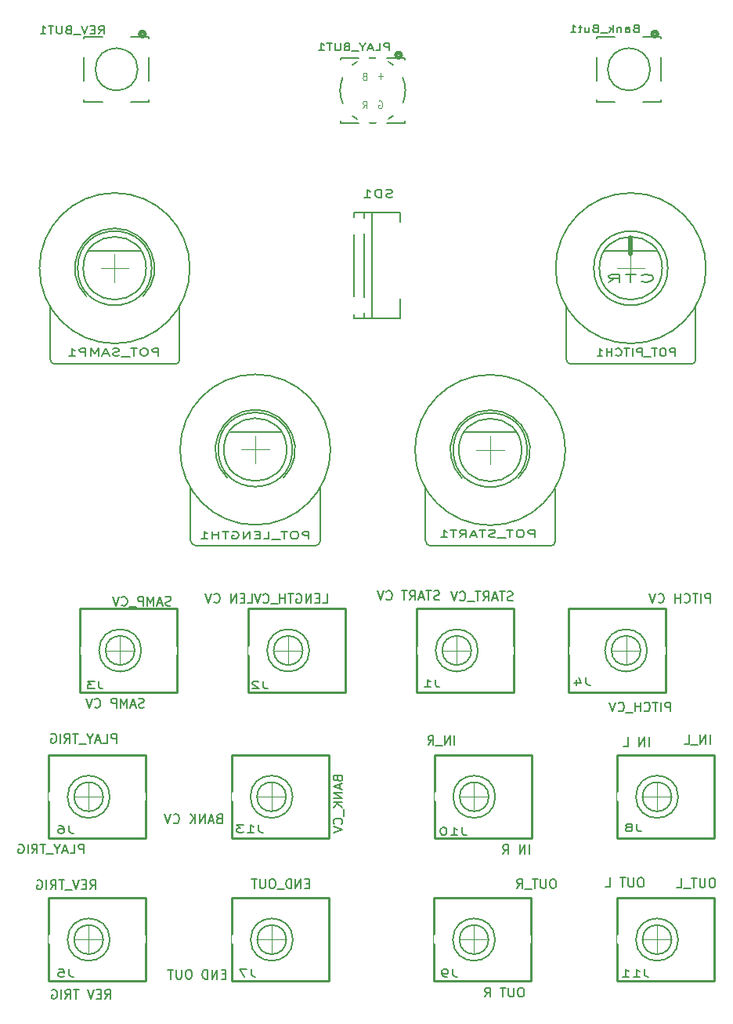
<source format=gbr>
G04 #@! TF.GenerationSoftware,KiCad,Pcbnew,7.0.1-0*
G04 #@! TF.CreationDate,2023-04-06T10:22:02-07:00*
G04 #@! TF.ProjectId,Sampler-built,53616d70-6c65-4722-9d62-75696c742e6b,rev?*
G04 #@! TF.SameCoordinates,PXb71b00PY73f50f0*
G04 #@! TF.FileFunction,Legend,Bot*
G04 #@! TF.FilePolarity,Positive*
%FSLAX46Y46*%
G04 Gerber Fmt 4.6, Leading zero omitted, Abs format (unit mm)*
G04 Created by KiCad (PCBNEW 7.0.1-0) date 2023-04-06 10:22:02*
%MOMM*%
%LPD*%
G01*
G04 APERTURE LIST*
%ADD10C,0.150000*%
%ADD11C,0.152400*%
%ADD12C,0.203200*%
%ADD13C,0.120000*%
%ADD14C,0.127000*%
%ADD15C,0.254000*%
%ADD16C,0.400000*%
%ADD17C,0.508000*%
%ADD18R,1.700000X1.700000*%
%ADD19O,1.700000X1.700000*%
%ADD20C,1.930400*%
%ADD21C,1.800000*%
%ADD22C,1.500000*%
%ADD23O,1.397000X1.092200*%
%ADD24O,1.524000X1.524000*%
%ADD25C,2.540000*%
G04 APERTURE END LIST*
D10*
X25475714Y44272381D02*
X25951904Y44272381D01*
X25951904Y44272381D02*
X25951904Y45272381D01*
X25142380Y44796191D02*
X24809047Y44796191D01*
X24666190Y44272381D02*
X25142380Y44272381D01*
X25142380Y44272381D02*
X25142380Y45272381D01*
X25142380Y45272381D02*
X24666190Y45272381D01*
X24237618Y44272381D02*
X24237618Y45272381D01*
X24237618Y45272381D02*
X23666190Y44272381D01*
X23666190Y44272381D02*
X23666190Y45272381D01*
X21856666Y44367620D02*
X21904285Y44320000D01*
X21904285Y44320000D02*
X22047142Y44272381D01*
X22047142Y44272381D02*
X22142380Y44272381D01*
X22142380Y44272381D02*
X22285237Y44320000D01*
X22285237Y44320000D02*
X22380475Y44415239D01*
X22380475Y44415239D02*
X22428094Y44510477D01*
X22428094Y44510477D02*
X22475713Y44700953D01*
X22475713Y44700953D02*
X22475713Y44843810D01*
X22475713Y44843810D02*
X22428094Y45034286D01*
X22428094Y45034286D02*
X22380475Y45129524D01*
X22380475Y45129524D02*
X22285237Y45224762D01*
X22285237Y45224762D02*
X22142380Y45272381D01*
X22142380Y45272381D02*
X22047142Y45272381D01*
X22047142Y45272381D02*
X21904285Y45224762D01*
X21904285Y45224762D02*
X21856666Y45177143D01*
X21570951Y45272381D02*
X21237618Y44272381D01*
X21237618Y44272381D02*
X20904285Y45272381D01*
X55931904Y17142381D02*
X55931904Y18142381D01*
X55455714Y17142381D02*
X55455714Y18142381D01*
X55455714Y18142381D02*
X54884286Y17142381D01*
X54884286Y17142381D02*
X54884286Y18142381D01*
X53074762Y17142381D02*
X53408095Y17618572D01*
X53646190Y17142381D02*
X53646190Y18142381D01*
X53646190Y18142381D02*
X53265238Y18142381D01*
X53265238Y18142381D02*
X53170000Y18094762D01*
X53170000Y18094762D02*
X53122381Y18047143D01*
X53122381Y18047143D02*
X53074762Y17951905D01*
X53074762Y17951905D02*
X53074762Y17809048D01*
X53074762Y17809048D02*
X53122381Y17713810D01*
X53122381Y17713810D02*
X53170000Y17666191D01*
X53170000Y17666191D02*
X53265238Y17618572D01*
X53265238Y17618572D02*
X53646190Y17618572D01*
X8452381Y13342381D02*
X8785714Y13818572D01*
X9023809Y13342381D02*
X9023809Y14342381D01*
X9023809Y14342381D02*
X8642857Y14342381D01*
X8642857Y14342381D02*
X8547619Y14294762D01*
X8547619Y14294762D02*
X8500000Y14247143D01*
X8500000Y14247143D02*
X8452381Y14151905D01*
X8452381Y14151905D02*
X8452381Y14009048D01*
X8452381Y14009048D02*
X8500000Y13913810D01*
X8500000Y13913810D02*
X8547619Y13866191D01*
X8547619Y13866191D02*
X8642857Y13818572D01*
X8642857Y13818572D02*
X9023809Y13818572D01*
X8023809Y13866191D02*
X7690476Y13866191D01*
X7547619Y13342381D02*
X8023809Y13342381D01*
X8023809Y13342381D02*
X8023809Y14342381D01*
X8023809Y14342381D02*
X7547619Y14342381D01*
X7261904Y14342381D02*
X6928571Y13342381D01*
X6928571Y13342381D02*
X6595238Y14342381D01*
X6500000Y13247143D02*
X5738095Y13247143D01*
X5642856Y14342381D02*
X5071428Y14342381D01*
X5357142Y13342381D02*
X5357142Y14342381D01*
X4166666Y13342381D02*
X4499999Y13818572D01*
X4738094Y13342381D02*
X4738094Y14342381D01*
X4738094Y14342381D02*
X4357142Y14342381D01*
X4357142Y14342381D02*
X4261904Y14294762D01*
X4261904Y14294762D02*
X4214285Y14247143D01*
X4214285Y14247143D02*
X4166666Y14151905D01*
X4166666Y14151905D02*
X4166666Y14009048D01*
X4166666Y14009048D02*
X4214285Y13913810D01*
X4214285Y13913810D02*
X4261904Y13866191D01*
X4261904Y13866191D02*
X4357142Y13818572D01*
X4357142Y13818572D02*
X4738094Y13818572D01*
X3738094Y13342381D02*
X3738094Y14342381D01*
X2738095Y14294762D02*
X2833333Y14342381D01*
X2833333Y14342381D02*
X2976190Y14342381D01*
X2976190Y14342381D02*
X3119047Y14294762D01*
X3119047Y14294762D02*
X3214285Y14199524D01*
X3214285Y14199524D02*
X3261904Y14104286D01*
X3261904Y14104286D02*
X3309523Y13913810D01*
X3309523Y13913810D02*
X3309523Y13770953D01*
X3309523Y13770953D02*
X3261904Y13580477D01*
X3261904Y13580477D02*
X3214285Y13485239D01*
X3214285Y13485239D02*
X3119047Y13390000D01*
X3119047Y13390000D02*
X2976190Y13342381D01*
X2976190Y13342381D02*
X2880952Y13342381D01*
X2880952Y13342381D02*
X2738095Y13390000D01*
X2738095Y13390000D02*
X2690476Y13437620D01*
X2690476Y13437620D02*
X2690476Y13770953D01*
X2690476Y13770953D02*
X2880952Y13770953D01*
X75457142Y29042381D02*
X75457142Y30042381D01*
X74980952Y29042381D02*
X74980952Y30042381D01*
X74980952Y30042381D02*
X74409524Y29042381D01*
X74409524Y29042381D02*
X74409524Y30042381D01*
X74171429Y28947143D02*
X73409524Y28947143D01*
X72695238Y29042381D02*
X73171428Y29042381D01*
X73171428Y29042381D02*
X73171428Y30042381D01*
X32133333Y13966191D02*
X31800000Y13966191D01*
X31657143Y13442381D02*
X32133333Y13442381D01*
X32133333Y13442381D02*
X32133333Y14442381D01*
X32133333Y14442381D02*
X31657143Y14442381D01*
X31228571Y13442381D02*
X31228571Y14442381D01*
X31228571Y14442381D02*
X30657143Y13442381D01*
X30657143Y13442381D02*
X30657143Y14442381D01*
X30180952Y13442381D02*
X30180952Y14442381D01*
X30180952Y14442381D02*
X29942857Y14442381D01*
X29942857Y14442381D02*
X29800000Y14394762D01*
X29800000Y14394762D02*
X29704762Y14299524D01*
X29704762Y14299524D02*
X29657143Y14204286D01*
X29657143Y14204286D02*
X29609524Y14013810D01*
X29609524Y14013810D02*
X29609524Y13870953D01*
X29609524Y13870953D02*
X29657143Y13680477D01*
X29657143Y13680477D02*
X29704762Y13585239D01*
X29704762Y13585239D02*
X29800000Y13490000D01*
X29800000Y13490000D02*
X29942857Y13442381D01*
X29942857Y13442381D02*
X30180952Y13442381D01*
X29419048Y13347143D02*
X28657143Y13347143D01*
X28228571Y14442381D02*
X28038095Y14442381D01*
X28038095Y14442381D02*
X27942857Y14394762D01*
X27942857Y14394762D02*
X27847619Y14299524D01*
X27847619Y14299524D02*
X27800000Y14109048D01*
X27800000Y14109048D02*
X27800000Y13775715D01*
X27800000Y13775715D02*
X27847619Y13585239D01*
X27847619Y13585239D02*
X27942857Y13490000D01*
X27942857Y13490000D02*
X28038095Y13442381D01*
X28038095Y13442381D02*
X28228571Y13442381D01*
X28228571Y13442381D02*
X28323809Y13490000D01*
X28323809Y13490000D02*
X28419047Y13585239D01*
X28419047Y13585239D02*
X28466666Y13775715D01*
X28466666Y13775715D02*
X28466666Y14109048D01*
X28466666Y14109048D02*
X28419047Y14299524D01*
X28419047Y14299524D02*
X28323809Y14394762D01*
X28323809Y14394762D02*
X28228571Y14442381D01*
X27371428Y14442381D02*
X27371428Y13632858D01*
X27371428Y13632858D02*
X27323809Y13537620D01*
X27323809Y13537620D02*
X27276190Y13490000D01*
X27276190Y13490000D02*
X27180952Y13442381D01*
X27180952Y13442381D02*
X26990476Y13442381D01*
X26990476Y13442381D02*
X26895238Y13490000D01*
X26895238Y13490000D02*
X26847619Y13537620D01*
X26847619Y13537620D02*
X26800000Y13632858D01*
X26800000Y13632858D02*
X26800000Y14442381D01*
X26466666Y14442381D02*
X25895238Y14442381D01*
X26180952Y13442381D02*
X26180952Y14442381D01*
X55121428Y2722381D02*
X54930952Y2722381D01*
X54930952Y2722381D02*
X54835714Y2674762D01*
X54835714Y2674762D02*
X54740476Y2579524D01*
X54740476Y2579524D02*
X54692857Y2389048D01*
X54692857Y2389048D02*
X54692857Y2055715D01*
X54692857Y2055715D02*
X54740476Y1865239D01*
X54740476Y1865239D02*
X54835714Y1770000D01*
X54835714Y1770000D02*
X54930952Y1722381D01*
X54930952Y1722381D02*
X55121428Y1722381D01*
X55121428Y1722381D02*
X55216666Y1770000D01*
X55216666Y1770000D02*
X55311904Y1865239D01*
X55311904Y1865239D02*
X55359523Y2055715D01*
X55359523Y2055715D02*
X55359523Y2389048D01*
X55359523Y2389048D02*
X55311904Y2579524D01*
X55311904Y2579524D02*
X55216666Y2674762D01*
X55216666Y2674762D02*
X55121428Y2722381D01*
X54264285Y2722381D02*
X54264285Y1912858D01*
X54264285Y1912858D02*
X54216666Y1817620D01*
X54216666Y1817620D02*
X54169047Y1770000D01*
X54169047Y1770000D02*
X54073809Y1722381D01*
X54073809Y1722381D02*
X53883333Y1722381D01*
X53883333Y1722381D02*
X53788095Y1770000D01*
X53788095Y1770000D02*
X53740476Y1817620D01*
X53740476Y1817620D02*
X53692857Y1912858D01*
X53692857Y1912858D02*
X53692857Y2722381D01*
X53359523Y2722381D02*
X52788095Y2722381D01*
X53073809Y1722381D02*
X53073809Y2722381D01*
X51121428Y1722381D02*
X51454761Y2198572D01*
X51692856Y1722381D02*
X51692856Y2722381D01*
X51692856Y2722381D02*
X51311904Y2722381D01*
X51311904Y2722381D02*
X51216666Y2674762D01*
X51216666Y2674762D02*
X51169047Y2627143D01*
X51169047Y2627143D02*
X51121428Y2531905D01*
X51121428Y2531905D02*
X51121428Y2389048D01*
X51121428Y2389048D02*
X51169047Y2293810D01*
X51169047Y2293810D02*
X51216666Y2246191D01*
X51216666Y2246191D02*
X51311904Y2198572D01*
X51311904Y2198572D02*
X51692856Y2198572D01*
X7761904Y17222381D02*
X7761904Y18222381D01*
X7761904Y18222381D02*
X7380952Y18222381D01*
X7380952Y18222381D02*
X7285714Y18174762D01*
X7285714Y18174762D02*
X7238095Y18127143D01*
X7238095Y18127143D02*
X7190476Y18031905D01*
X7190476Y18031905D02*
X7190476Y17889048D01*
X7190476Y17889048D02*
X7238095Y17793810D01*
X7238095Y17793810D02*
X7285714Y17746191D01*
X7285714Y17746191D02*
X7380952Y17698572D01*
X7380952Y17698572D02*
X7761904Y17698572D01*
X6285714Y17222381D02*
X6761904Y17222381D01*
X6761904Y17222381D02*
X6761904Y18222381D01*
X5999999Y17508096D02*
X5523809Y17508096D01*
X6095237Y17222381D02*
X5761904Y18222381D01*
X5761904Y18222381D02*
X5428571Y17222381D01*
X4904761Y17698572D02*
X4904761Y17222381D01*
X5238094Y18222381D02*
X4904761Y17698572D01*
X4904761Y17698572D02*
X4571428Y18222381D01*
X4476190Y17127143D02*
X3714285Y17127143D01*
X3619046Y18222381D02*
X3047618Y18222381D01*
X3333332Y17222381D02*
X3333332Y18222381D01*
X2142856Y17222381D02*
X2476189Y17698572D01*
X2714284Y17222381D02*
X2714284Y18222381D01*
X2714284Y18222381D02*
X2333332Y18222381D01*
X2333332Y18222381D02*
X2238094Y18174762D01*
X2238094Y18174762D02*
X2190475Y18127143D01*
X2190475Y18127143D02*
X2142856Y18031905D01*
X2142856Y18031905D02*
X2142856Y17889048D01*
X2142856Y17889048D02*
X2190475Y17793810D01*
X2190475Y17793810D02*
X2238094Y17746191D01*
X2238094Y17746191D02*
X2333332Y17698572D01*
X2333332Y17698572D02*
X2714284Y17698572D01*
X1714284Y17222381D02*
X1714284Y18222381D01*
X714285Y18174762D02*
X809523Y18222381D01*
X809523Y18222381D02*
X952380Y18222381D01*
X952380Y18222381D02*
X1095237Y18174762D01*
X1095237Y18174762D02*
X1190475Y18079524D01*
X1190475Y18079524D02*
X1238094Y17984286D01*
X1238094Y17984286D02*
X1285713Y17793810D01*
X1285713Y17793810D02*
X1285713Y17650953D01*
X1285713Y17650953D02*
X1238094Y17460477D01*
X1238094Y17460477D02*
X1190475Y17365239D01*
X1190475Y17365239D02*
X1095237Y17270000D01*
X1095237Y17270000D02*
X952380Y17222381D01*
X952380Y17222381D02*
X857142Y17222381D01*
X857142Y17222381D02*
X714285Y17270000D01*
X714285Y17270000D02*
X666666Y17317620D01*
X666666Y17317620D02*
X666666Y17650953D01*
X666666Y17650953D02*
X857142Y17650953D01*
X35213809Y25302382D02*
X35261428Y25159525D01*
X35261428Y25159525D02*
X35309047Y25111906D01*
X35309047Y25111906D02*
X35404285Y25064287D01*
X35404285Y25064287D02*
X35547142Y25064287D01*
X35547142Y25064287D02*
X35642380Y25111906D01*
X35642380Y25111906D02*
X35690000Y25159525D01*
X35690000Y25159525D02*
X35737619Y25254763D01*
X35737619Y25254763D02*
X35737619Y25635715D01*
X35737619Y25635715D02*
X34737619Y25635715D01*
X34737619Y25635715D02*
X34737619Y25302382D01*
X34737619Y25302382D02*
X34785238Y25207144D01*
X34785238Y25207144D02*
X34832857Y25159525D01*
X34832857Y25159525D02*
X34928095Y25111906D01*
X34928095Y25111906D02*
X35023333Y25111906D01*
X35023333Y25111906D02*
X35118571Y25159525D01*
X35118571Y25159525D02*
X35166190Y25207144D01*
X35166190Y25207144D02*
X35213809Y25302382D01*
X35213809Y25302382D02*
X35213809Y25635715D01*
X35451904Y24683334D02*
X35451904Y24207144D01*
X35737619Y24778572D02*
X34737619Y24445239D01*
X34737619Y24445239D02*
X35737619Y24111906D01*
X35737619Y23778572D02*
X34737619Y23778572D01*
X34737619Y23778572D02*
X35737619Y23207144D01*
X35737619Y23207144D02*
X34737619Y23207144D01*
X35737619Y22730953D02*
X34737619Y22730953D01*
X35737619Y22159525D02*
X35166190Y22588096D01*
X34737619Y22159525D02*
X35309047Y22730953D01*
X35832857Y21969048D02*
X35832857Y21207144D01*
X35642380Y20397620D02*
X35690000Y20445239D01*
X35690000Y20445239D02*
X35737619Y20588096D01*
X35737619Y20588096D02*
X35737619Y20683334D01*
X35737619Y20683334D02*
X35690000Y20826191D01*
X35690000Y20826191D02*
X35594761Y20921429D01*
X35594761Y20921429D02*
X35499523Y20969048D01*
X35499523Y20969048D02*
X35309047Y21016667D01*
X35309047Y21016667D02*
X35166190Y21016667D01*
X35166190Y21016667D02*
X34975714Y20969048D01*
X34975714Y20969048D02*
X34880476Y20921429D01*
X34880476Y20921429D02*
X34785238Y20826191D01*
X34785238Y20826191D02*
X34737619Y20683334D01*
X34737619Y20683334D02*
X34737619Y20588096D01*
X34737619Y20588096D02*
X34785238Y20445239D01*
X34785238Y20445239D02*
X34832857Y20397620D01*
X34737619Y20111905D02*
X35737619Y19778572D01*
X35737619Y19778572D02*
X34737619Y19445239D01*
X14279523Y32990000D02*
X14136666Y32942381D01*
X14136666Y32942381D02*
X13898571Y32942381D01*
X13898571Y32942381D02*
X13803333Y32990000D01*
X13803333Y32990000D02*
X13755714Y33037620D01*
X13755714Y33037620D02*
X13708095Y33132858D01*
X13708095Y33132858D02*
X13708095Y33228096D01*
X13708095Y33228096D02*
X13755714Y33323334D01*
X13755714Y33323334D02*
X13803333Y33370953D01*
X13803333Y33370953D02*
X13898571Y33418572D01*
X13898571Y33418572D02*
X14089047Y33466191D01*
X14089047Y33466191D02*
X14184285Y33513810D01*
X14184285Y33513810D02*
X14231904Y33561429D01*
X14231904Y33561429D02*
X14279523Y33656667D01*
X14279523Y33656667D02*
X14279523Y33751905D01*
X14279523Y33751905D02*
X14231904Y33847143D01*
X14231904Y33847143D02*
X14184285Y33894762D01*
X14184285Y33894762D02*
X14089047Y33942381D01*
X14089047Y33942381D02*
X13850952Y33942381D01*
X13850952Y33942381D02*
X13708095Y33894762D01*
X13327142Y33228096D02*
X12850952Y33228096D01*
X13422380Y32942381D02*
X13089047Y33942381D01*
X13089047Y33942381D02*
X12755714Y32942381D01*
X12422380Y32942381D02*
X12422380Y33942381D01*
X12422380Y33942381D02*
X12089047Y33228096D01*
X12089047Y33228096D02*
X11755714Y33942381D01*
X11755714Y33942381D02*
X11755714Y32942381D01*
X11279523Y32942381D02*
X11279523Y33942381D01*
X11279523Y33942381D02*
X10898571Y33942381D01*
X10898571Y33942381D02*
X10803333Y33894762D01*
X10803333Y33894762D02*
X10755714Y33847143D01*
X10755714Y33847143D02*
X10708095Y33751905D01*
X10708095Y33751905D02*
X10708095Y33609048D01*
X10708095Y33609048D02*
X10755714Y33513810D01*
X10755714Y33513810D02*
X10803333Y33466191D01*
X10803333Y33466191D02*
X10898571Y33418572D01*
X10898571Y33418572D02*
X11279523Y33418572D01*
X8946190Y33037620D02*
X8993809Y32990000D01*
X8993809Y32990000D02*
X9136666Y32942381D01*
X9136666Y32942381D02*
X9231904Y32942381D01*
X9231904Y32942381D02*
X9374761Y32990000D01*
X9374761Y32990000D02*
X9469999Y33085239D01*
X9469999Y33085239D02*
X9517618Y33180477D01*
X9517618Y33180477D02*
X9565237Y33370953D01*
X9565237Y33370953D02*
X9565237Y33513810D01*
X9565237Y33513810D02*
X9517618Y33704286D01*
X9517618Y33704286D02*
X9469999Y33799524D01*
X9469999Y33799524D02*
X9374761Y33894762D01*
X9374761Y33894762D02*
X9231904Y33942381D01*
X9231904Y33942381D02*
X9136666Y33942381D01*
X9136666Y33942381D02*
X8993809Y33894762D01*
X8993809Y33894762D02*
X8946190Y33847143D01*
X8660475Y33942381D02*
X8327142Y32942381D01*
X8327142Y32942381D02*
X7993809Y33942381D01*
X75800000Y14542381D02*
X75609524Y14542381D01*
X75609524Y14542381D02*
X75514286Y14494762D01*
X75514286Y14494762D02*
X75419048Y14399524D01*
X75419048Y14399524D02*
X75371429Y14209048D01*
X75371429Y14209048D02*
X75371429Y13875715D01*
X75371429Y13875715D02*
X75419048Y13685239D01*
X75419048Y13685239D02*
X75514286Y13590000D01*
X75514286Y13590000D02*
X75609524Y13542381D01*
X75609524Y13542381D02*
X75800000Y13542381D01*
X75800000Y13542381D02*
X75895238Y13590000D01*
X75895238Y13590000D02*
X75990476Y13685239D01*
X75990476Y13685239D02*
X76038095Y13875715D01*
X76038095Y13875715D02*
X76038095Y14209048D01*
X76038095Y14209048D02*
X75990476Y14399524D01*
X75990476Y14399524D02*
X75895238Y14494762D01*
X75895238Y14494762D02*
X75800000Y14542381D01*
X74942857Y14542381D02*
X74942857Y13732858D01*
X74942857Y13732858D02*
X74895238Y13637620D01*
X74895238Y13637620D02*
X74847619Y13590000D01*
X74847619Y13590000D02*
X74752381Y13542381D01*
X74752381Y13542381D02*
X74561905Y13542381D01*
X74561905Y13542381D02*
X74466667Y13590000D01*
X74466667Y13590000D02*
X74419048Y13637620D01*
X74419048Y13637620D02*
X74371429Y13732858D01*
X74371429Y13732858D02*
X74371429Y14542381D01*
X74038095Y14542381D02*
X73466667Y14542381D01*
X73752381Y13542381D02*
X73752381Y14542381D01*
X73371429Y13447143D02*
X72609524Y13447143D01*
X71895238Y13542381D02*
X72371428Y13542381D01*
X72371428Y13542381D02*
X72371428Y14542381D01*
X54131905Y44540000D02*
X53989048Y44492381D01*
X53989048Y44492381D02*
X53750953Y44492381D01*
X53750953Y44492381D02*
X53655715Y44540000D01*
X53655715Y44540000D02*
X53608096Y44587620D01*
X53608096Y44587620D02*
X53560477Y44682858D01*
X53560477Y44682858D02*
X53560477Y44778096D01*
X53560477Y44778096D02*
X53608096Y44873334D01*
X53608096Y44873334D02*
X53655715Y44920953D01*
X53655715Y44920953D02*
X53750953Y44968572D01*
X53750953Y44968572D02*
X53941429Y45016191D01*
X53941429Y45016191D02*
X54036667Y45063810D01*
X54036667Y45063810D02*
X54084286Y45111429D01*
X54084286Y45111429D02*
X54131905Y45206667D01*
X54131905Y45206667D02*
X54131905Y45301905D01*
X54131905Y45301905D02*
X54084286Y45397143D01*
X54084286Y45397143D02*
X54036667Y45444762D01*
X54036667Y45444762D02*
X53941429Y45492381D01*
X53941429Y45492381D02*
X53703334Y45492381D01*
X53703334Y45492381D02*
X53560477Y45444762D01*
X53274762Y45492381D02*
X52703334Y45492381D01*
X52989048Y44492381D02*
X52989048Y45492381D01*
X52417619Y44778096D02*
X51941429Y44778096D01*
X52512857Y44492381D02*
X52179524Y45492381D01*
X52179524Y45492381D02*
X51846191Y44492381D01*
X50941429Y44492381D02*
X51274762Y44968572D01*
X51512857Y44492381D02*
X51512857Y45492381D01*
X51512857Y45492381D02*
X51131905Y45492381D01*
X51131905Y45492381D02*
X51036667Y45444762D01*
X51036667Y45444762D02*
X50989048Y45397143D01*
X50989048Y45397143D02*
X50941429Y45301905D01*
X50941429Y45301905D02*
X50941429Y45159048D01*
X50941429Y45159048D02*
X50989048Y45063810D01*
X50989048Y45063810D02*
X51036667Y45016191D01*
X51036667Y45016191D02*
X51131905Y44968572D01*
X51131905Y44968572D02*
X51512857Y44968572D01*
X50655714Y45492381D02*
X50084286Y45492381D01*
X50370000Y44492381D02*
X50370000Y45492381D01*
X49989048Y44397143D02*
X49227143Y44397143D01*
X48417619Y44587620D02*
X48465238Y44540000D01*
X48465238Y44540000D02*
X48608095Y44492381D01*
X48608095Y44492381D02*
X48703333Y44492381D01*
X48703333Y44492381D02*
X48846190Y44540000D01*
X48846190Y44540000D02*
X48941428Y44635239D01*
X48941428Y44635239D02*
X48989047Y44730477D01*
X48989047Y44730477D02*
X49036666Y44920953D01*
X49036666Y44920953D02*
X49036666Y45063810D01*
X49036666Y45063810D02*
X48989047Y45254286D01*
X48989047Y45254286D02*
X48941428Y45349524D01*
X48941428Y45349524D02*
X48846190Y45444762D01*
X48846190Y45444762D02*
X48703333Y45492381D01*
X48703333Y45492381D02*
X48608095Y45492381D01*
X48608095Y45492381D02*
X48465238Y45444762D01*
X48465238Y45444762D02*
X48417619Y45397143D01*
X48131904Y45492381D02*
X47798571Y44492381D01*
X47798571Y44492381D02*
X47465238Y45492381D01*
X58590476Y14442381D02*
X58400000Y14442381D01*
X58400000Y14442381D02*
X58304762Y14394762D01*
X58304762Y14394762D02*
X58209524Y14299524D01*
X58209524Y14299524D02*
X58161905Y14109048D01*
X58161905Y14109048D02*
X58161905Y13775715D01*
X58161905Y13775715D02*
X58209524Y13585239D01*
X58209524Y13585239D02*
X58304762Y13490000D01*
X58304762Y13490000D02*
X58400000Y13442381D01*
X58400000Y13442381D02*
X58590476Y13442381D01*
X58590476Y13442381D02*
X58685714Y13490000D01*
X58685714Y13490000D02*
X58780952Y13585239D01*
X58780952Y13585239D02*
X58828571Y13775715D01*
X58828571Y13775715D02*
X58828571Y14109048D01*
X58828571Y14109048D02*
X58780952Y14299524D01*
X58780952Y14299524D02*
X58685714Y14394762D01*
X58685714Y14394762D02*
X58590476Y14442381D01*
X57733333Y14442381D02*
X57733333Y13632858D01*
X57733333Y13632858D02*
X57685714Y13537620D01*
X57685714Y13537620D02*
X57638095Y13490000D01*
X57638095Y13490000D02*
X57542857Y13442381D01*
X57542857Y13442381D02*
X57352381Y13442381D01*
X57352381Y13442381D02*
X57257143Y13490000D01*
X57257143Y13490000D02*
X57209524Y13537620D01*
X57209524Y13537620D02*
X57161905Y13632858D01*
X57161905Y13632858D02*
X57161905Y14442381D01*
X56828571Y14442381D02*
X56257143Y14442381D01*
X56542857Y13442381D02*
X56542857Y14442381D01*
X56161905Y13347143D02*
X55400000Y13347143D01*
X54590476Y13442381D02*
X54923809Y13918572D01*
X55161904Y13442381D02*
X55161904Y14442381D01*
X55161904Y14442381D02*
X54780952Y14442381D01*
X54780952Y14442381D02*
X54685714Y14394762D01*
X54685714Y14394762D02*
X54638095Y14347143D01*
X54638095Y14347143D02*
X54590476Y14251905D01*
X54590476Y14251905D02*
X54590476Y14109048D01*
X54590476Y14109048D02*
X54638095Y14013810D01*
X54638095Y14013810D02*
X54685714Y13966191D01*
X54685714Y13966191D02*
X54780952Y13918572D01*
X54780952Y13918572D02*
X55161904Y13918572D01*
X33576191Y44242381D02*
X34052381Y44242381D01*
X34052381Y44242381D02*
X34052381Y45242381D01*
X33242857Y44766191D02*
X32909524Y44766191D01*
X32766667Y44242381D02*
X33242857Y44242381D01*
X33242857Y44242381D02*
X33242857Y45242381D01*
X33242857Y45242381D02*
X32766667Y45242381D01*
X32338095Y44242381D02*
X32338095Y45242381D01*
X32338095Y45242381D02*
X31766667Y44242381D01*
X31766667Y44242381D02*
X31766667Y45242381D01*
X30766667Y45194762D02*
X30861905Y45242381D01*
X30861905Y45242381D02*
X31004762Y45242381D01*
X31004762Y45242381D02*
X31147619Y45194762D01*
X31147619Y45194762D02*
X31242857Y45099524D01*
X31242857Y45099524D02*
X31290476Y45004286D01*
X31290476Y45004286D02*
X31338095Y44813810D01*
X31338095Y44813810D02*
X31338095Y44670953D01*
X31338095Y44670953D02*
X31290476Y44480477D01*
X31290476Y44480477D02*
X31242857Y44385239D01*
X31242857Y44385239D02*
X31147619Y44290000D01*
X31147619Y44290000D02*
X31004762Y44242381D01*
X31004762Y44242381D02*
X30909524Y44242381D01*
X30909524Y44242381D02*
X30766667Y44290000D01*
X30766667Y44290000D02*
X30719048Y44337620D01*
X30719048Y44337620D02*
X30719048Y44670953D01*
X30719048Y44670953D02*
X30909524Y44670953D01*
X30433333Y45242381D02*
X29861905Y45242381D01*
X30147619Y44242381D02*
X30147619Y45242381D01*
X29528571Y44242381D02*
X29528571Y45242381D01*
X29528571Y44766191D02*
X28957143Y44766191D01*
X28957143Y44242381D02*
X28957143Y45242381D01*
X28719048Y44147143D02*
X27957143Y44147143D01*
X27147619Y44337620D02*
X27195238Y44290000D01*
X27195238Y44290000D02*
X27338095Y44242381D01*
X27338095Y44242381D02*
X27433333Y44242381D01*
X27433333Y44242381D02*
X27576190Y44290000D01*
X27576190Y44290000D02*
X27671428Y44385239D01*
X27671428Y44385239D02*
X27719047Y44480477D01*
X27719047Y44480477D02*
X27766666Y44670953D01*
X27766666Y44670953D02*
X27766666Y44813810D01*
X27766666Y44813810D02*
X27719047Y45004286D01*
X27719047Y45004286D02*
X27671428Y45099524D01*
X27671428Y45099524D02*
X27576190Y45194762D01*
X27576190Y45194762D02*
X27433333Y45242381D01*
X27433333Y45242381D02*
X27338095Y45242381D01*
X27338095Y45242381D02*
X27195238Y45194762D01*
X27195238Y45194762D02*
X27147619Y45147143D01*
X26861904Y45242381D02*
X26528571Y44242381D01*
X26528571Y44242381D02*
X26195238Y45242381D01*
X68071428Y14592381D02*
X67880952Y14592381D01*
X67880952Y14592381D02*
X67785714Y14544762D01*
X67785714Y14544762D02*
X67690476Y14449524D01*
X67690476Y14449524D02*
X67642857Y14259048D01*
X67642857Y14259048D02*
X67642857Y13925715D01*
X67642857Y13925715D02*
X67690476Y13735239D01*
X67690476Y13735239D02*
X67785714Y13640000D01*
X67785714Y13640000D02*
X67880952Y13592381D01*
X67880952Y13592381D02*
X68071428Y13592381D01*
X68071428Y13592381D02*
X68166666Y13640000D01*
X68166666Y13640000D02*
X68261904Y13735239D01*
X68261904Y13735239D02*
X68309523Y13925715D01*
X68309523Y13925715D02*
X68309523Y14259048D01*
X68309523Y14259048D02*
X68261904Y14449524D01*
X68261904Y14449524D02*
X68166666Y14544762D01*
X68166666Y14544762D02*
X68071428Y14592381D01*
X67214285Y14592381D02*
X67214285Y13782858D01*
X67214285Y13782858D02*
X67166666Y13687620D01*
X67166666Y13687620D02*
X67119047Y13640000D01*
X67119047Y13640000D02*
X67023809Y13592381D01*
X67023809Y13592381D02*
X66833333Y13592381D01*
X66833333Y13592381D02*
X66738095Y13640000D01*
X66738095Y13640000D02*
X66690476Y13687620D01*
X66690476Y13687620D02*
X66642857Y13782858D01*
X66642857Y13782858D02*
X66642857Y14592381D01*
X66309523Y14592381D02*
X65738095Y14592381D01*
X66023809Y13592381D02*
X66023809Y14592381D01*
X64166666Y13592381D02*
X64642856Y13592381D01*
X64642856Y13592381D02*
X64642856Y14592381D01*
X23101904Y4176191D02*
X22768571Y4176191D01*
X22625714Y3652381D02*
X23101904Y3652381D01*
X23101904Y3652381D02*
X23101904Y4652381D01*
X23101904Y4652381D02*
X22625714Y4652381D01*
X22197142Y3652381D02*
X22197142Y4652381D01*
X22197142Y4652381D02*
X21625714Y3652381D01*
X21625714Y3652381D02*
X21625714Y4652381D01*
X21149523Y3652381D02*
X21149523Y4652381D01*
X21149523Y4652381D02*
X20911428Y4652381D01*
X20911428Y4652381D02*
X20768571Y4604762D01*
X20768571Y4604762D02*
X20673333Y4509524D01*
X20673333Y4509524D02*
X20625714Y4414286D01*
X20625714Y4414286D02*
X20578095Y4223810D01*
X20578095Y4223810D02*
X20578095Y4080953D01*
X20578095Y4080953D02*
X20625714Y3890477D01*
X20625714Y3890477D02*
X20673333Y3795239D01*
X20673333Y3795239D02*
X20768571Y3700000D01*
X20768571Y3700000D02*
X20911428Y3652381D01*
X20911428Y3652381D02*
X21149523Y3652381D01*
X19197142Y4652381D02*
X19006666Y4652381D01*
X19006666Y4652381D02*
X18911428Y4604762D01*
X18911428Y4604762D02*
X18816190Y4509524D01*
X18816190Y4509524D02*
X18768571Y4319048D01*
X18768571Y4319048D02*
X18768571Y3985715D01*
X18768571Y3985715D02*
X18816190Y3795239D01*
X18816190Y3795239D02*
X18911428Y3700000D01*
X18911428Y3700000D02*
X19006666Y3652381D01*
X19006666Y3652381D02*
X19197142Y3652381D01*
X19197142Y3652381D02*
X19292380Y3700000D01*
X19292380Y3700000D02*
X19387618Y3795239D01*
X19387618Y3795239D02*
X19435237Y3985715D01*
X19435237Y3985715D02*
X19435237Y4319048D01*
X19435237Y4319048D02*
X19387618Y4509524D01*
X19387618Y4509524D02*
X19292380Y4604762D01*
X19292380Y4604762D02*
X19197142Y4652381D01*
X18339999Y4652381D02*
X18339999Y3842858D01*
X18339999Y3842858D02*
X18292380Y3747620D01*
X18292380Y3747620D02*
X18244761Y3700000D01*
X18244761Y3700000D02*
X18149523Y3652381D01*
X18149523Y3652381D02*
X17959047Y3652381D01*
X17959047Y3652381D02*
X17863809Y3700000D01*
X17863809Y3700000D02*
X17816190Y3747620D01*
X17816190Y3747620D02*
X17768571Y3842858D01*
X17768571Y3842858D02*
X17768571Y4652381D01*
X17435237Y4652381D02*
X16863809Y4652381D01*
X17149523Y3652381D02*
X17149523Y4652381D01*
X47847618Y28942381D02*
X47847618Y29942381D01*
X47371428Y28942381D02*
X47371428Y29942381D01*
X47371428Y29942381D02*
X46800000Y28942381D01*
X46800000Y28942381D02*
X46800000Y29942381D01*
X46561905Y28847143D02*
X45800000Y28847143D01*
X44990476Y28942381D02*
X45323809Y29418572D01*
X45561904Y28942381D02*
X45561904Y29942381D01*
X45561904Y29942381D02*
X45180952Y29942381D01*
X45180952Y29942381D02*
X45085714Y29894762D01*
X45085714Y29894762D02*
X45038095Y29847143D01*
X45038095Y29847143D02*
X44990476Y29751905D01*
X44990476Y29751905D02*
X44990476Y29609048D01*
X44990476Y29609048D02*
X45038095Y29513810D01*
X45038095Y29513810D02*
X45085714Y29466191D01*
X45085714Y29466191D02*
X45180952Y29418572D01*
X45180952Y29418572D02*
X45561904Y29418572D01*
X17180952Y43990000D02*
X17038095Y43942381D01*
X17038095Y43942381D02*
X16800000Y43942381D01*
X16800000Y43942381D02*
X16704762Y43990000D01*
X16704762Y43990000D02*
X16657143Y44037620D01*
X16657143Y44037620D02*
X16609524Y44132858D01*
X16609524Y44132858D02*
X16609524Y44228096D01*
X16609524Y44228096D02*
X16657143Y44323334D01*
X16657143Y44323334D02*
X16704762Y44370953D01*
X16704762Y44370953D02*
X16800000Y44418572D01*
X16800000Y44418572D02*
X16990476Y44466191D01*
X16990476Y44466191D02*
X17085714Y44513810D01*
X17085714Y44513810D02*
X17133333Y44561429D01*
X17133333Y44561429D02*
X17180952Y44656667D01*
X17180952Y44656667D02*
X17180952Y44751905D01*
X17180952Y44751905D02*
X17133333Y44847143D01*
X17133333Y44847143D02*
X17085714Y44894762D01*
X17085714Y44894762D02*
X16990476Y44942381D01*
X16990476Y44942381D02*
X16752381Y44942381D01*
X16752381Y44942381D02*
X16609524Y44894762D01*
X16228571Y44228096D02*
X15752381Y44228096D01*
X16323809Y43942381D02*
X15990476Y44942381D01*
X15990476Y44942381D02*
X15657143Y43942381D01*
X15323809Y43942381D02*
X15323809Y44942381D01*
X15323809Y44942381D02*
X14990476Y44228096D01*
X14990476Y44228096D02*
X14657143Y44942381D01*
X14657143Y44942381D02*
X14657143Y43942381D01*
X14180952Y43942381D02*
X14180952Y44942381D01*
X14180952Y44942381D02*
X13800000Y44942381D01*
X13800000Y44942381D02*
X13704762Y44894762D01*
X13704762Y44894762D02*
X13657143Y44847143D01*
X13657143Y44847143D02*
X13609524Y44751905D01*
X13609524Y44751905D02*
X13609524Y44609048D01*
X13609524Y44609048D02*
X13657143Y44513810D01*
X13657143Y44513810D02*
X13704762Y44466191D01*
X13704762Y44466191D02*
X13800000Y44418572D01*
X13800000Y44418572D02*
X14180952Y44418572D01*
X13419048Y43847143D02*
X12657143Y43847143D01*
X11847619Y44037620D02*
X11895238Y43990000D01*
X11895238Y43990000D02*
X12038095Y43942381D01*
X12038095Y43942381D02*
X12133333Y43942381D01*
X12133333Y43942381D02*
X12276190Y43990000D01*
X12276190Y43990000D02*
X12371428Y44085239D01*
X12371428Y44085239D02*
X12419047Y44180477D01*
X12419047Y44180477D02*
X12466666Y44370953D01*
X12466666Y44370953D02*
X12466666Y44513810D01*
X12466666Y44513810D02*
X12419047Y44704286D01*
X12419047Y44704286D02*
X12371428Y44799524D01*
X12371428Y44799524D02*
X12276190Y44894762D01*
X12276190Y44894762D02*
X12133333Y44942381D01*
X12133333Y44942381D02*
X12038095Y44942381D01*
X12038095Y44942381D02*
X11895238Y44894762D01*
X11895238Y44894762D02*
X11847619Y44847143D01*
X11561904Y44942381D02*
X11228571Y43942381D01*
X11228571Y43942381D02*
X10895238Y44942381D01*
X68871904Y28782381D02*
X68871904Y29782381D01*
X68395714Y28782381D02*
X68395714Y29782381D01*
X68395714Y29782381D02*
X67824286Y28782381D01*
X67824286Y28782381D02*
X67824286Y29782381D01*
X66110000Y28782381D02*
X66586190Y28782381D01*
X66586190Y28782381D02*
X66586190Y29782381D01*
X22378571Y20976191D02*
X22235714Y20928572D01*
X22235714Y20928572D02*
X22188095Y20880953D01*
X22188095Y20880953D02*
X22140476Y20785715D01*
X22140476Y20785715D02*
X22140476Y20642858D01*
X22140476Y20642858D02*
X22188095Y20547620D01*
X22188095Y20547620D02*
X22235714Y20500000D01*
X22235714Y20500000D02*
X22330952Y20452381D01*
X22330952Y20452381D02*
X22711904Y20452381D01*
X22711904Y20452381D02*
X22711904Y21452381D01*
X22711904Y21452381D02*
X22378571Y21452381D01*
X22378571Y21452381D02*
X22283333Y21404762D01*
X22283333Y21404762D02*
X22235714Y21357143D01*
X22235714Y21357143D02*
X22188095Y21261905D01*
X22188095Y21261905D02*
X22188095Y21166667D01*
X22188095Y21166667D02*
X22235714Y21071429D01*
X22235714Y21071429D02*
X22283333Y21023810D01*
X22283333Y21023810D02*
X22378571Y20976191D01*
X22378571Y20976191D02*
X22711904Y20976191D01*
X21759523Y20738096D02*
X21283333Y20738096D01*
X21854761Y20452381D02*
X21521428Y21452381D01*
X21521428Y21452381D02*
X21188095Y20452381D01*
X20854761Y20452381D02*
X20854761Y21452381D01*
X20854761Y21452381D02*
X20283333Y20452381D01*
X20283333Y20452381D02*
X20283333Y21452381D01*
X19807142Y20452381D02*
X19807142Y21452381D01*
X19235714Y20452381D02*
X19664285Y21023810D01*
X19235714Y21452381D02*
X19807142Y20880953D01*
X17473809Y20547620D02*
X17521428Y20500000D01*
X17521428Y20500000D02*
X17664285Y20452381D01*
X17664285Y20452381D02*
X17759523Y20452381D01*
X17759523Y20452381D02*
X17902380Y20500000D01*
X17902380Y20500000D02*
X17997618Y20595239D01*
X17997618Y20595239D02*
X18045237Y20690477D01*
X18045237Y20690477D02*
X18092856Y20880953D01*
X18092856Y20880953D02*
X18092856Y21023810D01*
X18092856Y21023810D02*
X18045237Y21214286D01*
X18045237Y21214286D02*
X17997618Y21309524D01*
X17997618Y21309524D02*
X17902380Y21404762D01*
X17902380Y21404762D02*
X17759523Y21452381D01*
X17759523Y21452381D02*
X17664285Y21452381D01*
X17664285Y21452381D02*
X17521428Y21404762D01*
X17521428Y21404762D02*
X17473809Y21357143D01*
X17188094Y21452381D02*
X16854761Y20452381D01*
X16854761Y20452381D02*
X16521428Y21452381D01*
X75501904Y44262381D02*
X75501904Y45262381D01*
X75501904Y45262381D02*
X75120952Y45262381D01*
X75120952Y45262381D02*
X75025714Y45214762D01*
X75025714Y45214762D02*
X74978095Y45167143D01*
X74978095Y45167143D02*
X74930476Y45071905D01*
X74930476Y45071905D02*
X74930476Y44929048D01*
X74930476Y44929048D02*
X74978095Y44833810D01*
X74978095Y44833810D02*
X75025714Y44786191D01*
X75025714Y44786191D02*
X75120952Y44738572D01*
X75120952Y44738572D02*
X75501904Y44738572D01*
X74501904Y44262381D02*
X74501904Y45262381D01*
X74168571Y45262381D02*
X73597143Y45262381D01*
X73882857Y44262381D02*
X73882857Y45262381D01*
X72692381Y44357620D02*
X72740000Y44310000D01*
X72740000Y44310000D02*
X72882857Y44262381D01*
X72882857Y44262381D02*
X72978095Y44262381D01*
X72978095Y44262381D02*
X73120952Y44310000D01*
X73120952Y44310000D02*
X73216190Y44405239D01*
X73216190Y44405239D02*
X73263809Y44500477D01*
X73263809Y44500477D02*
X73311428Y44690953D01*
X73311428Y44690953D02*
X73311428Y44833810D01*
X73311428Y44833810D02*
X73263809Y45024286D01*
X73263809Y45024286D02*
X73216190Y45119524D01*
X73216190Y45119524D02*
X73120952Y45214762D01*
X73120952Y45214762D02*
X72978095Y45262381D01*
X72978095Y45262381D02*
X72882857Y45262381D01*
X72882857Y45262381D02*
X72740000Y45214762D01*
X72740000Y45214762D02*
X72692381Y45167143D01*
X72263809Y44262381D02*
X72263809Y45262381D01*
X72263809Y44786191D02*
X71692381Y44786191D01*
X71692381Y44262381D02*
X71692381Y45262381D01*
X69882857Y44357620D02*
X69930476Y44310000D01*
X69930476Y44310000D02*
X70073333Y44262381D01*
X70073333Y44262381D02*
X70168571Y44262381D01*
X70168571Y44262381D02*
X70311428Y44310000D01*
X70311428Y44310000D02*
X70406666Y44405239D01*
X70406666Y44405239D02*
X70454285Y44500477D01*
X70454285Y44500477D02*
X70501904Y44690953D01*
X70501904Y44690953D02*
X70501904Y44833810D01*
X70501904Y44833810D02*
X70454285Y45024286D01*
X70454285Y45024286D02*
X70406666Y45119524D01*
X70406666Y45119524D02*
X70311428Y45214762D01*
X70311428Y45214762D02*
X70168571Y45262381D01*
X70168571Y45262381D02*
X70073333Y45262381D01*
X70073333Y45262381D02*
X69930476Y45214762D01*
X69930476Y45214762D02*
X69882857Y45167143D01*
X69597142Y45262381D02*
X69263809Y44262381D01*
X69263809Y44262381D02*
X68930476Y45262381D01*
X11285714Y29142381D02*
X11285714Y30142381D01*
X11285714Y30142381D02*
X10904762Y30142381D01*
X10904762Y30142381D02*
X10809524Y30094762D01*
X10809524Y30094762D02*
X10761905Y30047143D01*
X10761905Y30047143D02*
X10714286Y29951905D01*
X10714286Y29951905D02*
X10714286Y29809048D01*
X10714286Y29809048D02*
X10761905Y29713810D01*
X10761905Y29713810D02*
X10809524Y29666191D01*
X10809524Y29666191D02*
X10904762Y29618572D01*
X10904762Y29618572D02*
X11285714Y29618572D01*
X9809524Y29142381D02*
X10285714Y29142381D01*
X10285714Y29142381D02*
X10285714Y30142381D01*
X9523809Y29428096D02*
X9047619Y29428096D01*
X9619047Y29142381D02*
X9285714Y30142381D01*
X9285714Y30142381D02*
X8952381Y29142381D01*
X8428571Y29618572D02*
X8428571Y29142381D01*
X8761904Y30142381D02*
X8428571Y29618572D01*
X8428571Y29618572D02*
X8095238Y30142381D01*
X8000000Y29047143D02*
X7238095Y29047143D01*
X7142856Y30142381D02*
X6571428Y30142381D01*
X6857142Y29142381D02*
X6857142Y30142381D01*
X5666666Y29142381D02*
X5999999Y29618572D01*
X6238094Y29142381D02*
X6238094Y30142381D01*
X6238094Y30142381D02*
X5857142Y30142381D01*
X5857142Y30142381D02*
X5761904Y30094762D01*
X5761904Y30094762D02*
X5714285Y30047143D01*
X5714285Y30047143D02*
X5666666Y29951905D01*
X5666666Y29951905D02*
X5666666Y29809048D01*
X5666666Y29809048D02*
X5714285Y29713810D01*
X5714285Y29713810D02*
X5761904Y29666191D01*
X5761904Y29666191D02*
X5857142Y29618572D01*
X5857142Y29618572D02*
X6238094Y29618572D01*
X5238094Y29142381D02*
X5238094Y30142381D01*
X4238095Y30094762D02*
X4333333Y30142381D01*
X4333333Y30142381D02*
X4476190Y30142381D01*
X4476190Y30142381D02*
X4619047Y30094762D01*
X4619047Y30094762D02*
X4714285Y29999524D01*
X4714285Y29999524D02*
X4761904Y29904286D01*
X4761904Y29904286D02*
X4809523Y29713810D01*
X4809523Y29713810D02*
X4809523Y29570953D01*
X4809523Y29570953D02*
X4761904Y29380477D01*
X4761904Y29380477D02*
X4714285Y29285239D01*
X4714285Y29285239D02*
X4619047Y29190000D01*
X4619047Y29190000D02*
X4476190Y29142381D01*
X4476190Y29142381D02*
X4380952Y29142381D01*
X4380952Y29142381D02*
X4238095Y29190000D01*
X4238095Y29190000D02*
X4190476Y29237620D01*
X4190476Y29237620D02*
X4190476Y29570953D01*
X4190476Y29570953D02*
X4380952Y29570953D01*
X71166666Y32542381D02*
X71166666Y33542381D01*
X71166666Y33542381D02*
X70785714Y33542381D01*
X70785714Y33542381D02*
X70690476Y33494762D01*
X70690476Y33494762D02*
X70642857Y33447143D01*
X70642857Y33447143D02*
X70595238Y33351905D01*
X70595238Y33351905D02*
X70595238Y33209048D01*
X70595238Y33209048D02*
X70642857Y33113810D01*
X70642857Y33113810D02*
X70690476Y33066191D01*
X70690476Y33066191D02*
X70785714Y33018572D01*
X70785714Y33018572D02*
X71166666Y33018572D01*
X70166666Y32542381D02*
X70166666Y33542381D01*
X69833333Y33542381D02*
X69261905Y33542381D01*
X69547619Y32542381D02*
X69547619Y33542381D01*
X68357143Y32637620D02*
X68404762Y32590000D01*
X68404762Y32590000D02*
X68547619Y32542381D01*
X68547619Y32542381D02*
X68642857Y32542381D01*
X68642857Y32542381D02*
X68785714Y32590000D01*
X68785714Y32590000D02*
X68880952Y32685239D01*
X68880952Y32685239D02*
X68928571Y32780477D01*
X68928571Y32780477D02*
X68976190Y32970953D01*
X68976190Y32970953D02*
X68976190Y33113810D01*
X68976190Y33113810D02*
X68928571Y33304286D01*
X68928571Y33304286D02*
X68880952Y33399524D01*
X68880952Y33399524D02*
X68785714Y33494762D01*
X68785714Y33494762D02*
X68642857Y33542381D01*
X68642857Y33542381D02*
X68547619Y33542381D01*
X68547619Y33542381D02*
X68404762Y33494762D01*
X68404762Y33494762D02*
X68357143Y33447143D01*
X67928571Y32542381D02*
X67928571Y33542381D01*
X67928571Y33066191D02*
X67357143Y33066191D01*
X67357143Y32542381D02*
X67357143Y33542381D01*
X67119048Y32447143D02*
X66357143Y32447143D01*
X65547619Y32637620D02*
X65595238Y32590000D01*
X65595238Y32590000D02*
X65738095Y32542381D01*
X65738095Y32542381D02*
X65833333Y32542381D01*
X65833333Y32542381D02*
X65976190Y32590000D01*
X65976190Y32590000D02*
X66071428Y32685239D01*
X66071428Y32685239D02*
X66119047Y32780477D01*
X66119047Y32780477D02*
X66166666Y32970953D01*
X66166666Y32970953D02*
X66166666Y33113810D01*
X66166666Y33113810D02*
X66119047Y33304286D01*
X66119047Y33304286D02*
X66071428Y33399524D01*
X66071428Y33399524D02*
X65976190Y33494762D01*
X65976190Y33494762D02*
X65833333Y33542381D01*
X65833333Y33542381D02*
X65738095Y33542381D01*
X65738095Y33542381D02*
X65595238Y33494762D01*
X65595238Y33494762D02*
X65547619Y33447143D01*
X65261904Y33542381D02*
X64928571Y32542381D01*
X64928571Y32542381D02*
X64595238Y33542381D01*
X10040476Y1502381D02*
X10373809Y1978572D01*
X10611904Y1502381D02*
X10611904Y2502381D01*
X10611904Y2502381D02*
X10230952Y2502381D01*
X10230952Y2502381D02*
X10135714Y2454762D01*
X10135714Y2454762D02*
X10088095Y2407143D01*
X10088095Y2407143D02*
X10040476Y2311905D01*
X10040476Y2311905D02*
X10040476Y2169048D01*
X10040476Y2169048D02*
X10088095Y2073810D01*
X10088095Y2073810D02*
X10135714Y2026191D01*
X10135714Y2026191D02*
X10230952Y1978572D01*
X10230952Y1978572D02*
X10611904Y1978572D01*
X9611904Y2026191D02*
X9278571Y2026191D01*
X9135714Y1502381D02*
X9611904Y1502381D01*
X9611904Y1502381D02*
X9611904Y2502381D01*
X9611904Y2502381D02*
X9135714Y2502381D01*
X8849999Y2502381D02*
X8516666Y1502381D01*
X8516666Y1502381D02*
X8183333Y2502381D01*
X7230951Y2502381D02*
X6659523Y2502381D01*
X6945237Y1502381D02*
X6945237Y2502381D01*
X5754761Y1502381D02*
X6088094Y1978572D01*
X6326189Y1502381D02*
X6326189Y2502381D01*
X6326189Y2502381D02*
X5945237Y2502381D01*
X5945237Y2502381D02*
X5849999Y2454762D01*
X5849999Y2454762D02*
X5802380Y2407143D01*
X5802380Y2407143D02*
X5754761Y2311905D01*
X5754761Y2311905D02*
X5754761Y2169048D01*
X5754761Y2169048D02*
X5802380Y2073810D01*
X5802380Y2073810D02*
X5849999Y2026191D01*
X5849999Y2026191D02*
X5945237Y1978572D01*
X5945237Y1978572D02*
X6326189Y1978572D01*
X5326189Y1502381D02*
X5326189Y2502381D01*
X4326190Y2454762D02*
X4421428Y2502381D01*
X4421428Y2502381D02*
X4564285Y2502381D01*
X4564285Y2502381D02*
X4707142Y2454762D01*
X4707142Y2454762D02*
X4802380Y2359524D01*
X4802380Y2359524D02*
X4849999Y2264286D01*
X4849999Y2264286D02*
X4897618Y2073810D01*
X4897618Y2073810D02*
X4897618Y1930953D01*
X4897618Y1930953D02*
X4849999Y1740477D01*
X4849999Y1740477D02*
X4802380Y1645239D01*
X4802380Y1645239D02*
X4707142Y1550000D01*
X4707142Y1550000D02*
X4564285Y1502381D01*
X4564285Y1502381D02*
X4469047Y1502381D01*
X4469047Y1502381D02*
X4326190Y1550000D01*
X4326190Y1550000D02*
X4278571Y1597620D01*
X4278571Y1597620D02*
X4278571Y1930953D01*
X4278571Y1930953D02*
X4469047Y1930953D01*
X46189523Y44620000D02*
X46046666Y44572381D01*
X46046666Y44572381D02*
X45808571Y44572381D01*
X45808571Y44572381D02*
X45713333Y44620000D01*
X45713333Y44620000D02*
X45665714Y44667620D01*
X45665714Y44667620D02*
X45618095Y44762858D01*
X45618095Y44762858D02*
X45618095Y44858096D01*
X45618095Y44858096D02*
X45665714Y44953334D01*
X45665714Y44953334D02*
X45713333Y45000953D01*
X45713333Y45000953D02*
X45808571Y45048572D01*
X45808571Y45048572D02*
X45999047Y45096191D01*
X45999047Y45096191D02*
X46094285Y45143810D01*
X46094285Y45143810D02*
X46141904Y45191429D01*
X46141904Y45191429D02*
X46189523Y45286667D01*
X46189523Y45286667D02*
X46189523Y45381905D01*
X46189523Y45381905D02*
X46141904Y45477143D01*
X46141904Y45477143D02*
X46094285Y45524762D01*
X46094285Y45524762D02*
X45999047Y45572381D01*
X45999047Y45572381D02*
X45760952Y45572381D01*
X45760952Y45572381D02*
X45618095Y45524762D01*
X45332380Y45572381D02*
X44760952Y45572381D01*
X45046666Y44572381D02*
X45046666Y45572381D01*
X44475237Y44858096D02*
X43999047Y44858096D01*
X44570475Y44572381D02*
X44237142Y45572381D01*
X44237142Y45572381D02*
X43903809Y44572381D01*
X42999047Y44572381D02*
X43332380Y45048572D01*
X43570475Y44572381D02*
X43570475Y45572381D01*
X43570475Y45572381D02*
X43189523Y45572381D01*
X43189523Y45572381D02*
X43094285Y45524762D01*
X43094285Y45524762D02*
X43046666Y45477143D01*
X43046666Y45477143D02*
X42999047Y45381905D01*
X42999047Y45381905D02*
X42999047Y45239048D01*
X42999047Y45239048D02*
X43046666Y45143810D01*
X43046666Y45143810D02*
X43094285Y45096191D01*
X43094285Y45096191D02*
X43189523Y45048572D01*
X43189523Y45048572D02*
X43570475Y45048572D01*
X42713332Y45572381D02*
X42141904Y45572381D01*
X42427618Y44572381D02*
X42427618Y45572381D01*
X40475237Y44667620D02*
X40522856Y44620000D01*
X40522856Y44620000D02*
X40665713Y44572381D01*
X40665713Y44572381D02*
X40760951Y44572381D01*
X40760951Y44572381D02*
X40903808Y44620000D01*
X40903808Y44620000D02*
X40999046Y44715239D01*
X40999046Y44715239D02*
X41046665Y44810477D01*
X41046665Y44810477D02*
X41094284Y45000953D01*
X41094284Y45000953D02*
X41094284Y45143810D01*
X41094284Y45143810D02*
X41046665Y45334286D01*
X41046665Y45334286D02*
X40999046Y45429524D01*
X40999046Y45429524D02*
X40903808Y45524762D01*
X40903808Y45524762D02*
X40760951Y45572381D01*
X40760951Y45572381D02*
X40665713Y45572381D01*
X40665713Y45572381D02*
X40522856Y45524762D01*
X40522856Y45524762D02*
X40475237Y45477143D01*
X40189522Y45572381D02*
X39856189Y44572381D01*
X39856189Y44572381D02*
X39522856Y45572381D01*
D11*
G04 #@! TO.C,J10*
X48668023Y20002272D02*
X48668023Y19421700D01*
X48668023Y19421700D02*
X48725476Y19305586D01*
X48725476Y19305586D02*
X48840380Y19228176D01*
X48840380Y19228176D02*
X49012738Y19189472D01*
X49012738Y19189472D02*
X49127642Y19189472D01*
X47461523Y19189472D02*
X48150952Y19189472D01*
X47806238Y19189472D02*
X47806238Y20002272D01*
X47806238Y20002272D02*
X47921142Y19886157D01*
X47921142Y19886157D02*
X48036047Y19808748D01*
X48036047Y19808748D02*
X48150952Y19770043D01*
X46714642Y20002272D02*
X46599737Y20002272D01*
X46599737Y20002272D02*
X46484833Y19963567D01*
X46484833Y19963567D02*
X46427380Y19924862D01*
X46427380Y19924862D02*
X46369928Y19847453D01*
X46369928Y19847453D02*
X46312475Y19692634D01*
X46312475Y19692634D02*
X46312475Y19499110D01*
X46312475Y19499110D02*
X46369928Y19344291D01*
X46369928Y19344291D02*
X46427380Y19266881D01*
X46427380Y19266881D02*
X46484833Y19228176D01*
X46484833Y19228176D02*
X46599737Y19189472D01*
X46599737Y19189472D02*
X46714642Y19189472D01*
X46714642Y19189472D02*
X46829547Y19228176D01*
X46829547Y19228176D02*
X46886999Y19266881D01*
X46886999Y19266881D02*
X46944452Y19344291D01*
X46944452Y19344291D02*
X47001904Y19499110D01*
X47001904Y19499110D02*
X47001904Y19692634D01*
X47001904Y19692634D02*
X46944452Y19847453D01*
X46944452Y19847453D02*
X46886999Y19924862D01*
X46886999Y19924862D02*
X46829547Y19963567D01*
X46829547Y19963567D02*
X46714642Y20002272D01*
D10*
G04 #@! TO.C,Bank_But1*
X67433333Y106309736D02*
X67290476Y106271031D01*
X67290476Y106271031D02*
X67242857Y106232327D01*
X67242857Y106232327D02*
X67195238Y106154917D01*
X67195238Y106154917D02*
X67195238Y106038803D01*
X67195238Y106038803D02*
X67242857Y105961393D01*
X67242857Y105961393D02*
X67290476Y105922688D01*
X67290476Y105922688D02*
X67385714Y105883984D01*
X67385714Y105883984D02*
X67766666Y105883984D01*
X67766666Y105883984D02*
X67766666Y106696784D01*
X67766666Y106696784D02*
X67433333Y106696784D01*
X67433333Y106696784D02*
X67338095Y106658079D01*
X67338095Y106658079D02*
X67290476Y106619374D01*
X67290476Y106619374D02*
X67242857Y106541965D01*
X67242857Y106541965D02*
X67242857Y106464555D01*
X67242857Y106464555D02*
X67290476Y106387146D01*
X67290476Y106387146D02*
X67338095Y106348441D01*
X67338095Y106348441D02*
X67433333Y106309736D01*
X67433333Y106309736D02*
X67766666Y106309736D01*
X66338095Y105883984D02*
X66338095Y106309736D01*
X66338095Y106309736D02*
X66385714Y106387146D01*
X66385714Y106387146D02*
X66480952Y106425850D01*
X66480952Y106425850D02*
X66671428Y106425850D01*
X66671428Y106425850D02*
X66766666Y106387146D01*
X66338095Y105922688D02*
X66433333Y105883984D01*
X66433333Y105883984D02*
X66671428Y105883984D01*
X66671428Y105883984D02*
X66766666Y105922688D01*
X66766666Y105922688D02*
X66814285Y106000098D01*
X66814285Y106000098D02*
X66814285Y106077508D01*
X66814285Y106077508D02*
X66766666Y106154917D01*
X66766666Y106154917D02*
X66671428Y106193622D01*
X66671428Y106193622D02*
X66433333Y106193622D01*
X66433333Y106193622D02*
X66338095Y106232327D01*
X65861904Y106425850D02*
X65861904Y105883984D01*
X65861904Y106348441D02*
X65814285Y106387146D01*
X65814285Y106387146D02*
X65719047Y106425850D01*
X65719047Y106425850D02*
X65576190Y106425850D01*
X65576190Y106425850D02*
X65480952Y106387146D01*
X65480952Y106387146D02*
X65433333Y106309736D01*
X65433333Y106309736D02*
X65433333Y105883984D01*
X64957142Y105883984D02*
X64957142Y106696784D01*
X64861904Y106193622D02*
X64576190Y105883984D01*
X64576190Y106425850D02*
X64957142Y106116212D01*
X64385714Y105806574D02*
X63623809Y105806574D01*
X63052380Y106309736D02*
X62909523Y106271031D01*
X62909523Y106271031D02*
X62861904Y106232327D01*
X62861904Y106232327D02*
X62814285Y106154917D01*
X62814285Y106154917D02*
X62814285Y106038803D01*
X62814285Y106038803D02*
X62861904Y105961393D01*
X62861904Y105961393D02*
X62909523Y105922688D01*
X62909523Y105922688D02*
X63004761Y105883984D01*
X63004761Y105883984D02*
X63385713Y105883984D01*
X63385713Y105883984D02*
X63385713Y106696784D01*
X63385713Y106696784D02*
X63052380Y106696784D01*
X63052380Y106696784D02*
X62957142Y106658079D01*
X62957142Y106658079D02*
X62909523Y106619374D01*
X62909523Y106619374D02*
X62861904Y106541965D01*
X62861904Y106541965D02*
X62861904Y106464555D01*
X62861904Y106464555D02*
X62909523Y106387146D01*
X62909523Y106387146D02*
X62957142Y106348441D01*
X62957142Y106348441D02*
X63052380Y106309736D01*
X63052380Y106309736D02*
X63385713Y106309736D01*
X61957142Y106425850D02*
X61957142Y105883984D01*
X62385713Y106425850D02*
X62385713Y106000098D01*
X62385713Y106000098D02*
X62338094Y105922688D01*
X62338094Y105922688D02*
X62242856Y105883984D01*
X62242856Y105883984D02*
X62099999Y105883984D01*
X62099999Y105883984D02*
X62004761Y105922688D01*
X62004761Y105922688D02*
X61957142Y105961393D01*
X61623808Y106425850D02*
X61242856Y106425850D01*
X61480951Y106696784D02*
X61480951Y106000098D01*
X61480951Y106000098D02*
X61433332Y105922688D01*
X61433332Y105922688D02*
X61338094Y105883984D01*
X61338094Y105883984D02*
X61242856Y105883984D01*
X60385713Y105883984D02*
X60957141Y105883984D01*
X60671427Y105883984D02*
X60671427Y106696784D01*
X60671427Y106696784D02*
X60766665Y106580669D01*
X60766665Y106580669D02*
X60861903Y106503260D01*
X60861903Y106503260D02*
X60957141Y106464555D01*
G04 #@! TO.C,SD1*
X41124285Y88105452D02*
X40952857Y88066748D01*
X40952857Y88066748D02*
X40667142Y88066748D01*
X40667142Y88066748D02*
X40552857Y88105452D01*
X40552857Y88105452D02*
X40495714Y88144157D01*
X40495714Y88144157D02*
X40438571Y88221567D01*
X40438571Y88221567D02*
X40438571Y88298976D01*
X40438571Y88298976D02*
X40495714Y88376386D01*
X40495714Y88376386D02*
X40552857Y88415091D01*
X40552857Y88415091D02*
X40667142Y88453795D01*
X40667142Y88453795D02*
X40895714Y88492500D01*
X40895714Y88492500D02*
X41009999Y88531205D01*
X41009999Y88531205D02*
X41067142Y88569910D01*
X41067142Y88569910D02*
X41124285Y88647319D01*
X41124285Y88647319D02*
X41124285Y88724729D01*
X41124285Y88724729D02*
X41067142Y88802138D01*
X41067142Y88802138D02*
X41009999Y88840843D01*
X41009999Y88840843D02*
X40895714Y88879548D01*
X40895714Y88879548D02*
X40609999Y88879548D01*
X40609999Y88879548D02*
X40438571Y88840843D01*
X39924285Y88066748D02*
X39924285Y88879548D01*
X39924285Y88879548D02*
X39638571Y88879548D01*
X39638571Y88879548D02*
X39467142Y88840843D01*
X39467142Y88840843D02*
X39352857Y88763433D01*
X39352857Y88763433D02*
X39295714Y88686024D01*
X39295714Y88686024D02*
X39238571Y88531205D01*
X39238571Y88531205D02*
X39238571Y88415091D01*
X39238571Y88415091D02*
X39295714Y88260272D01*
X39295714Y88260272D02*
X39352857Y88182862D01*
X39352857Y88182862D02*
X39467142Y88105452D01*
X39467142Y88105452D02*
X39638571Y88066748D01*
X39638571Y88066748D02*
X39924285Y88066748D01*
X38095714Y88066748D02*
X38781428Y88066748D01*
X38438571Y88066748D02*
X38438571Y88879548D01*
X38438571Y88879548D02*
X38552857Y88763433D01*
X38552857Y88763433D02*
X38667142Y88686024D01*
X38667142Y88686024D02*
X38781428Y88647319D01*
D11*
G04 #@! TO.C,POT_LENGTH1*
X32092641Y51182815D02*
X32092641Y51995615D01*
X32092641Y51995615D02*
X31633022Y51995615D01*
X31633022Y51995615D02*
X31518117Y51956910D01*
X31518117Y51956910D02*
X31460664Y51918205D01*
X31460664Y51918205D02*
X31403212Y51840796D01*
X31403212Y51840796D02*
X31403212Y51724681D01*
X31403212Y51724681D02*
X31460664Y51647272D01*
X31460664Y51647272D02*
X31518117Y51608567D01*
X31518117Y51608567D02*
X31633022Y51569862D01*
X31633022Y51569862D02*
X32092641Y51569862D01*
X30656331Y51995615D02*
X30426522Y51995615D01*
X30426522Y51995615D02*
X30311617Y51956910D01*
X30311617Y51956910D02*
X30196712Y51879500D01*
X30196712Y51879500D02*
X30139260Y51724681D01*
X30139260Y51724681D02*
X30139260Y51453748D01*
X30139260Y51453748D02*
X30196712Y51298929D01*
X30196712Y51298929D02*
X30311617Y51221519D01*
X30311617Y51221519D02*
X30426522Y51182815D01*
X30426522Y51182815D02*
X30656331Y51182815D01*
X30656331Y51182815D02*
X30771236Y51221519D01*
X30771236Y51221519D02*
X30886141Y51298929D01*
X30886141Y51298929D02*
X30943593Y51453748D01*
X30943593Y51453748D02*
X30943593Y51724681D01*
X30943593Y51724681D02*
X30886141Y51879500D01*
X30886141Y51879500D02*
X30771236Y51956910D01*
X30771236Y51956910D02*
X30656331Y51995615D01*
X29794546Y51995615D02*
X29105117Y51995615D01*
X29449831Y51182815D02*
X29449831Y51995615D01*
X28990213Y51105405D02*
X28070974Y51105405D01*
X27209189Y51182815D02*
X27783713Y51182815D01*
X27783713Y51182815D02*
X27783713Y51995615D01*
X26807023Y51608567D02*
X26404856Y51608567D01*
X26232499Y51182815D02*
X26807023Y51182815D01*
X26807023Y51182815D02*
X26807023Y51995615D01*
X26807023Y51995615D02*
X26232499Y51995615D01*
X25715428Y51182815D02*
X25715428Y51995615D01*
X25715428Y51995615D02*
X25025999Y51182815D01*
X25025999Y51182815D02*
X25025999Y51995615D01*
X23819499Y51956910D02*
X23934404Y51995615D01*
X23934404Y51995615D02*
X24106761Y51995615D01*
X24106761Y51995615D02*
X24279118Y51956910D01*
X24279118Y51956910D02*
X24394023Y51879500D01*
X24394023Y51879500D02*
X24451476Y51802091D01*
X24451476Y51802091D02*
X24508928Y51647272D01*
X24508928Y51647272D02*
X24508928Y51531158D01*
X24508928Y51531158D02*
X24451476Y51376339D01*
X24451476Y51376339D02*
X24394023Y51298929D01*
X24394023Y51298929D02*
X24279118Y51221519D01*
X24279118Y51221519D02*
X24106761Y51182815D01*
X24106761Y51182815D02*
X23991857Y51182815D01*
X23991857Y51182815D02*
X23819499Y51221519D01*
X23819499Y51221519D02*
X23762047Y51260224D01*
X23762047Y51260224D02*
X23762047Y51531158D01*
X23762047Y51531158D02*
X23991857Y51531158D01*
X23417333Y51995615D02*
X22727904Y51995615D01*
X23072618Y51182815D02*
X23072618Y51995615D01*
X22325738Y51182815D02*
X22325738Y51995615D01*
X22325738Y51608567D02*
X21636309Y51608567D01*
X21636309Y51182815D02*
X21636309Y51995615D01*
X20429809Y51182815D02*
X21119238Y51182815D01*
X20774524Y51182815D02*
X20774524Y51995615D01*
X20774524Y51995615D02*
X20889428Y51879500D01*
X20889428Y51879500D02*
X21004333Y51802091D01*
X21004333Y51802091D02*
X21119238Y51763386D01*
G04 #@! TO.C,J2*
X27168023Y35802272D02*
X27168023Y35221700D01*
X27168023Y35221700D02*
X27225476Y35105586D01*
X27225476Y35105586D02*
X27340380Y35028176D01*
X27340380Y35028176D02*
X27512738Y34989472D01*
X27512738Y34989472D02*
X27627642Y34989472D01*
X26650952Y35724862D02*
X26593500Y35763567D01*
X26593500Y35763567D02*
X26478595Y35802272D01*
X26478595Y35802272D02*
X26191333Y35802272D01*
X26191333Y35802272D02*
X26076428Y35763567D01*
X26076428Y35763567D02*
X26018976Y35724862D01*
X26018976Y35724862D02*
X25961523Y35647453D01*
X25961523Y35647453D02*
X25961523Y35570043D01*
X25961523Y35570043D02*
X26018976Y35453929D01*
X26018976Y35453929D02*
X26708404Y34989472D01*
X26708404Y34989472D02*
X25961523Y34989472D01*
D10*
G04 #@! TO.C,POT_PITCH1*
X71663428Y70938496D02*
X71663428Y71751296D01*
X71663428Y71751296D02*
X71282476Y71751296D01*
X71282476Y71751296D02*
X71187238Y71712591D01*
X71187238Y71712591D02*
X71139619Y71673886D01*
X71139619Y71673886D02*
X71092000Y71596477D01*
X71092000Y71596477D02*
X71092000Y71480362D01*
X71092000Y71480362D02*
X71139619Y71402953D01*
X71139619Y71402953D02*
X71187238Y71364248D01*
X71187238Y71364248D02*
X71282476Y71325543D01*
X71282476Y71325543D02*
X71663428Y71325543D01*
X70472952Y71751296D02*
X70282476Y71751296D01*
X70282476Y71751296D02*
X70187238Y71712591D01*
X70187238Y71712591D02*
X70092000Y71635181D01*
X70092000Y71635181D02*
X70044381Y71480362D01*
X70044381Y71480362D02*
X70044381Y71209429D01*
X70044381Y71209429D02*
X70092000Y71054610D01*
X70092000Y71054610D02*
X70187238Y70977200D01*
X70187238Y70977200D02*
X70282476Y70938496D01*
X70282476Y70938496D02*
X70472952Y70938496D01*
X70472952Y70938496D02*
X70568190Y70977200D01*
X70568190Y70977200D02*
X70663428Y71054610D01*
X70663428Y71054610D02*
X70711047Y71209429D01*
X70711047Y71209429D02*
X70711047Y71480362D01*
X70711047Y71480362D02*
X70663428Y71635181D01*
X70663428Y71635181D02*
X70568190Y71712591D01*
X70568190Y71712591D02*
X70472952Y71751296D01*
X69758666Y71751296D02*
X69187238Y71751296D01*
X69472952Y70938496D02*
X69472952Y71751296D01*
X69092000Y70861086D02*
X68330095Y70861086D01*
X68091999Y70938496D02*
X68091999Y71751296D01*
X68091999Y71751296D02*
X67711047Y71751296D01*
X67711047Y71751296D02*
X67615809Y71712591D01*
X67615809Y71712591D02*
X67568190Y71673886D01*
X67568190Y71673886D02*
X67520571Y71596477D01*
X67520571Y71596477D02*
X67520571Y71480362D01*
X67520571Y71480362D02*
X67568190Y71402953D01*
X67568190Y71402953D02*
X67615809Y71364248D01*
X67615809Y71364248D02*
X67711047Y71325543D01*
X67711047Y71325543D02*
X68091999Y71325543D01*
X67091999Y70938496D02*
X67091999Y71751296D01*
X66758666Y71751296D02*
X66187238Y71751296D01*
X66472952Y70938496D02*
X66472952Y71751296D01*
X65282476Y71015905D02*
X65330095Y70977200D01*
X65330095Y70977200D02*
X65472952Y70938496D01*
X65472952Y70938496D02*
X65568190Y70938496D01*
X65568190Y70938496D02*
X65711047Y70977200D01*
X65711047Y70977200D02*
X65806285Y71054610D01*
X65806285Y71054610D02*
X65853904Y71132020D01*
X65853904Y71132020D02*
X65901523Y71286839D01*
X65901523Y71286839D02*
X65901523Y71402953D01*
X65901523Y71402953D02*
X65853904Y71557772D01*
X65853904Y71557772D02*
X65806285Y71635181D01*
X65806285Y71635181D02*
X65711047Y71712591D01*
X65711047Y71712591D02*
X65568190Y71751296D01*
X65568190Y71751296D02*
X65472952Y71751296D01*
X65472952Y71751296D02*
X65330095Y71712591D01*
X65330095Y71712591D02*
X65282476Y71673886D01*
X64853904Y70938496D02*
X64853904Y71751296D01*
X64853904Y71364248D02*
X64282476Y71364248D01*
X64282476Y70938496D02*
X64282476Y71751296D01*
X63282476Y70938496D02*
X63853904Y70938496D01*
X63568190Y70938496D02*
X63568190Y71751296D01*
X63568190Y71751296D02*
X63663428Y71635181D01*
X63663428Y71635181D02*
X63758666Y71557772D01*
X63758666Y71557772D02*
X63853904Y71519067D01*
D12*
X68061142Y78991557D02*
X68157904Y78952852D01*
X68157904Y78952852D02*
X68448190Y78914148D01*
X68448190Y78914148D02*
X68641714Y78914148D01*
X68641714Y78914148D02*
X68931999Y78952852D01*
X68931999Y78952852D02*
X69125523Y79030262D01*
X69125523Y79030262D02*
X69222285Y79107672D01*
X69222285Y79107672D02*
X69319047Y79262491D01*
X69319047Y79262491D02*
X69319047Y79378605D01*
X69319047Y79378605D02*
X69222285Y79533424D01*
X69222285Y79533424D02*
X69125523Y79610833D01*
X69125523Y79610833D02*
X68931999Y79688243D01*
X68931999Y79688243D02*
X68641714Y79726948D01*
X68641714Y79726948D02*
X68448190Y79726948D01*
X68448190Y79726948D02*
X68157904Y79688243D01*
X68157904Y79688243D02*
X68061142Y79649538D01*
X67480571Y79726948D02*
X66319428Y79726948D01*
X66899999Y78914148D02*
X66899999Y79726948D01*
X64480952Y78914148D02*
X65158285Y79301195D01*
X65642095Y78914148D02*
X65642095Y79726948D01*
X65642095Y79726948D02*
X64868000Y79726948D01*
X64868000Y79726948D02*
X64674476Y79688243D01*
X64674476Y79688243D02*
X64577714Y79649538D01*
X64577714Y79649538D02*
X64480952Y79572129D01*
X64480952Y79572129D02*
X64480952Y79456014D01*
X64480952Y79456014D02*
X64577714Y79378605D01*
X64577714Y79378605D02*
X64674476Y79339900D01*
X64674476Y79339900D02*
X64868000Y79301195D01*
X64868000Y79301195D02*
X65642095Y79301195D01*
D11*
G04 #@! TO.C,J7*
X25868023Y4702272D02*
X25868023Y4121700D01*
X25868023Y4121700D02*
X25925476Y4005586D01*
X25925476Y4005586D02*
X26040380Y3928176D01*
X26040380Y3928176D02*
X26212738Y3889472D01*
X26212738Y3889472D02*
X26327642Y3889472D01*
X25408404Y4702272D02*
X24604071Y4702272D01*
X24604071Y4702272D02*
X25121142Y3889472D01*
G04 #@! TO.C,J6*
X6168023Y20202272D02*
X6168023Y19621700D01*
X6168023Y19621700D02*
X6225476Y19505586D01*
X6225476Y19505586D02*
X6340380Y19428176D01*
X6340380Y19428176D02*
X6512738Y19389472D01*
X6512738Y19389472D02*
X6627642Y19389472D01*
X5076428Y20202272D02*
X5306238Y20202272D01*
X5306238Y20202272D02*
X5421142Y20163567D01*
X5421142Y20163567D02*
X5478595Y20124862D01*
X5478595Y20124862D02*
X5593500Y20008748D01*
X5593500Y20008748D02*
X5650952Y19853929D01*
X5650952Y19853929D02*
X5650952Y19544291D01*
X5650952Y19544291D02*
X5593500Y19466881D01*
X5593500Y19466881D02*
X5536047Y19428176D01*
X5536047Y19428176D02*
X5421142Y19389472D01*
X5421142Y19389472D02*
X5191333Y19389472D01*
X5191333Y19389472D02*
X5076428Y19428176D01*
X5076428Y19428176D02*
X5018976Y19466881D01*
X5018976Y19466881D02*
X4961523Y19544291D01*
X4961523Y19544291D02*
X4961523Y19737815D01*
X4961523Y19737815D02*
X5018976Y19815224D01*
X5018976Y19815224D02*
X5076428Y19853929D01*
X5076428Y19853929D02*
X5191333Y19892634D01*
X5191333Y19892634D02*
X5421142Y19892634D01*
X5421142Y19892634D02*
X5536047Y19853929D01*
X5536047Y19853929D02*
X5593500Y19815224D01*
X5593500Y19815224D02*
X5650952Y19737815D01*
G04 #@! TO.C,J4*
X62068023Y36202272D02*
X62068023Y35621700D01*
X62068023Y35621700D02*
X62125476Y35505586D01*
X62125476Y35505586D02*
X62240380Y35428176D01*
X62240380Y35428176D02*
X62412738Y35389472D01*
X62412738Y35389472D02*
X62527642Y35389472D01*
X60976428Y35931338D02*
X60976428Y35389472D01*
X61263690Y36240976D02*
X61550952Y35660405D01*
X61550952Y35660405D02*
X60804071Y35660405D01*
D10*
G04 #@! TO.C,REV_BUT1*
X9353333Y105753984D02*
X9686666Y106141031D01*
X9924761Y105753984D02*
X9924761Y106566784D01*
X9924761Y106566784D02*
X9543809Y106566784D01*
X9543809Y106566784D02*
X9448571Y106528079D01*
X9448571Y106528079D02*
X9400952Y106489374D01*
X9400952Y106489374D02*
X9353333Y106411965D01*
X9353333Y106411965D02*
X9353333Y106295850D01*
X9353333Y106295850D02*
X9400952Y106218441D01*
X9400952Y106218441D02*
X9448571Y106179736D01*
X9448571Y106179736D02*
X9543809Y106141031D01*
X9543809Y106141031D02*
X9924761Y106141031D01*
X8924761Y106179736D02*
X8591428Y106179736D01*
X8448571Y105753984D02*
X8924761Y105753984D01*
X8924761Y105753984D02*
X8924761Y106566784D01*
X8924761Y106566784D02*
X8448571Y106566784D01*
X8162856Y106566784D02*
X7829523Y105753984D01*
X7829523Y105753984D02*
X7496190Y106566784D01*
X7400952Y105676574D02*
X6639047Y105676574D01*
X6067618Y106179736D02*
X5924761Y106141031D01*
X5924761Y106141031D02*
X5877142Y106102327D01*
X5877142Y106102327D02*
X5829523Y106024917D01*
X5829523Y106024917D02*
X5829523Y105908803D01*
X5829523Y105908803D02*
X5877142Y105831393D01*
X5877142Y105831393D02*
X5924761Y105792688D01*
X5924761Y105792688D02*
X6019999Y105753984D01*
X6019999Y105753984D02*
X6400951Y105753984D01*
X6400951Y105753984D02*
X6400951Y106566784D01*
X6400951Y106566784D02*
X6067618Y106566784D01*
X6067618Y106566784D02*
X5972380Y106528079D01*
X5972380Y106528079D02*
X5924761Y106489374D01*
X5924761Y106489374D02*
X5877142Y106411965D01*
X5877142Y106411965D02*
X5877142Y106334555D01*
X5877142Y106334555D02*
X5924761Y106257146D01*
X5924761Y106257146D02*
X5972380Y106218441D01*
X5972380Y106218441D02*
X6067618Y106179736D01*
X6067618Y106179736D02*
X6400951Y106179736D01*
X5400951Y106566784D02*
X5400951Y105908803D01*
X5400951Y105908803D02*
X5353332Y105831393D01*
X5353332Y105831393D02*
X5305713Y105792688D01*
X5305713Y105792688D02*
X5210475Y105753984D01*
X5210475Y105753984D02*
X5019999Y105753984D01*
X5019999Y105753984D02*
X4924761Y105792688D01*
X4924761Y105792688D02*
X4877142Y105831393D01*
X4877142Y105831393D02*
X4829523Y105908803D01*
X4829523Y105908803D02*
X4829523Y106566784D01*
X4496189Y106566784D02*
X3924761Y106566784D01*
X4210475Y105753984D02*
X4210475Y106566784D01*
X3067618Y105753984D02*
X3639046Y105753984D01*
X3353332Y105753984D02*
X3353332Y106566784D01*
X3353332Y106566784D02*
X3448570Y106450669D01*
X3448570Y106450669D02*
X3543808Y106373260D01*
X3543808Y106373260D02*
X3639046Y106334555D01*
D11*
G04 #@! TO.C,J5*
X6168023Y4702272D02*
X6168023Y4121700D01*
X6168023Y4121700D02*
X6225476Y4005586D01*
X6225476Y4005586D02*
X6340380Y3928176D01*
X6340380Y3928176D02*
X6512738Y3889472D01*
X6512738Y3889472D02*
X6627642Y3889472D01*
X5018976Y4702272D02*
X5593500Y4702272D01*
X5593500Y4702272D02*
X5650952Y4315224D01*
X5650952Y4315224D02*
X5593500Y4353929D01*
X5593500Y4353929D02*
X5478595Y4392634D01*
X5478595Y4392634D02*
X5191333Y4392634D01*
X5191333Y4392634D02*
X5076428Y4353929D01*
X5076428Y4353929D02*
X5018976Y4315224D01*
X5018976Y4315224D02*
X4961523Y4237815D01*
X4961523Y4237815D02*
X4961523Y4044291D01*
X4961523Y4044291D02*
X5018976Y3966881D01*
X5018976Y3966881D02*
X5076428Y3928176D01*
X5076428Y3928176D02*
X5191333Y3889472D01*
X5191333Y3889472D02*
X5478595Y3889472D01*
X5478595Y3889472D02*
X5593500Y3928176D01*
X5593500Y3928176D02*
X5650952Y3966881D01*
G04 #@! TO.C,J9*
X47668023Y4702272D02*
X47668023Y4121700D01*
X47668023Y4121700D02*
X47725476Y4005586D01*
X47725476Y4005586D02*
X47840380Y3928176D01*
X47840380Y3928176D02*
X48012738Y3889472D01*
X48012738Y3889472D02*
X48127642Y3889472D01*
X47036047Y3889472D02*
X46806238Y3889472D01*
X46806238Y3889472D02*
X46691333Y3928176D01*
X46691333Y3928176D02*
X46633881Y3966881D01*
X46633881Y3966881D02*
X46518976Y4082996D01*
X46518976Y4082996D02*
X46461523Y4237815D01*
X46461523Y4237815D02*
X46461523Y4547453D01*
X46461523Y4547453D02*
X46518976Y4624862D01*
X46518976Y4624862D02*
X46576428Y4663567D01*
X46576428Y4663567D02*
X46691333Y4702272D01*
X46691333Y4702272D02*
X46921142Y4702272D01*
X46921142Y4702272D02*
X47036047Y4663567D01*
X47036047Y4663567D02*
X47093500Y4624862D01*
X47093500Y4624862D02*
X47150952Y4547453D01*
X47150952Y4547453D02*
X47150952Y4353929D01*
X47150952Y4353929D02*
X47093500Y4276519D01*
X47093500Y4276519D02*
X47036047Y4237815D01*
X47036047Y4237815D02*
X46921142Y4199110D01*
X46921142Y4199110D02*
X46691333Y4199110D01*
X46691333Y4199110D02*
X46576428Y4237815D01*
X46576428Y4237815D02*
X46518976Y4276519D01*
X46518976Y4276519D02*
X46461523Y4353929D01*
G04 #@! TO.C,J8*
X67568023Y20402272D02*
X67568023Y19821700D01*
X67568023Y19821700D02*
X67625476Y19705586D01*
X67625476Y19705586D02*
X67740380Y19628176D01*
X67740380Y19628176D02*
X67912738Y19589472D01*
X67912738Y19589472D02*
X68027642Y19589472D01*
X66821142Y20053929D02*
X66936047Y20092634D01*
X66936047Y20092634D02*
X66993500Y20131338D01*
X66993500Y20131338D02*
X67050952Y20208748D01*
X67050952Y20208748D02*
X67050952Y20247453D01*
X67050952Y20247453D02*
X66993500Y20324862D01*
X66993500Y20324862D02*
X66936047Y20363567D01*
X66936047Y20363567D02*
X66821142Y20402272D01*
X66821142Y20402272D02*
X66591333Y20402272D01*
X66591333Y20402272D02*
X66476428Y20363567D01*
X66476428Y20363567D02*
X66418976Y20324862D01*
X66418976Y20324862D02*
X66361523Y20247453D01*
X66361523Y20247453D02*
X66361523Y20208748D01*
X66361523Y20208748D02*
X66418976Y20131338D01*
X66418976Y20131338D02*
X66476428Y20092634D01*
X66476428Y20092634D02*
X66591333Y20053929D01*
X66591333Y20053929D02*
X66821142Y20053929D01*
X66821142Y20053929D02*
X66936047Y20015224D01*
X66936047Y20015224D02*
X66993500Y19976519D01*
X66993500Y19976519D02*
X67050952Y19899110D01*
X67050952Y19899110D02*
X67050952Y19744291D01*
X67050952Y19744291D02*
X66993500Y19666881D01*
X66993500Y19666881D02*
X66936047Y19628176D01*
X66936047Y19628176D02*
X66821142Y19589472D01*
X66821142Y19589472D02*
X66591333Y19589472D01*
X66591333Y19589472D02*
X66476428Y19628176D01*
X66476428Y19628176D02*
X66418976Y19666881D01*
X66418976Y19666881D02*
X66361523Y19744291D01*
X66361523Y19744291D02*
X66361523Y19899110D01*
X66361523Y19899110D02*
X66418976Y19976519D01*
X66418976Y19976519D02*
X66476428Y20015224D01*
X66476428Y20015224D02*
X66591333Y20053929D01*
G04 #@! TO.C,J1*
X45768023Y36002272D02*
X45768023Y35421700D01*
X45768023Y35421700D02*
X45825476Y35305586D01*
X45825476Y35305586D02*
X45940380Y35228176D01*
X45940380Y35228176D02*
X46112738Y35189472D01*
X46112738Y35189472D02*
X46227642Y35189472D01*
X44561523Y35189472D02*
X45250952Y35189472D01*
X44906238Y35189472D02*
X44906238Y36002272D01*
X44906238Y36002272D02*
X45021142Y35886157D01*
X45021142Y35886157D02*
X45136047Y35808748D01*
X45136047Y35808748D02*
X45250952Y35770043D01*
G04 #@! TO.C,J11*
X68368023Y4702272D02*
X68368023Y4121700D01*
X68368023Y4121700D02*
X68425476Y4005586D01*
X68425476Y4005586D02*
X68540380Y3928176D01*
X68540380Y3928176D02*
X68712738Y3889472D01*
X68712738Y3889472D02*
X68827642Y3889472D01*
X67161523Y3889472D02*
X67850952Y3889472D01*
X67506238Y3889472D02*
X67506238Y4702272D01*
X67506238Y4702272D02*
X67621142Y4586157D01*
X67621142Y4586157D02*
X67736047Y4508748D01*
X67736047Y4508748D02*
X67850952Y4470043D01*
X66012475Y3889472D02*
X66701904Y3889472D01*
X66357190Y3889472D02*
X66357190Y4702272D01*
X66357190Y4702272D02*
X66472094Y4586157D01*
X66472094Y4586157D02*
X66586999Y4508748D01*
X66586999Y4508748D02*
X66701904Y4470043D01*
G04 #@! TO.C,J13*
X26668023Y20302272D02*
X26668023Y19721700D01*
X26668023Y19721700D02*
X26725476Y19605586D01*
X26725476Y19605586D02*
X26840380Y19528176D01*
X26840380Y19528176D02*
X27012738Y19489472D01*
X27012738Y19489472D02*
X27127642Y19489472D01*
X25461523Y19489472D02*
X26150952Y19489472D01*
X25806238Y19489472D02*
X25806238Y20302272D01*
X25806238Y20302272D02*
X25921142Y20186157D01*
X25921142Y20186157D02*
X26036047Y20108748D01*
X26036047Y20108748D02*
X26150952Y20070043D01*
X25059356Y20302272D02*
X24312475Y20302272D01*
X24312475Y20302272D02*
X24714642Y19992634D01*
X24714642Y19992634D02*
X24542285Y19992634D01*
X24542285Y19992634D02*
X24427380Y19953929D01*
X24427380Y19953929D02*
X24369928Y19915224D01*
X24369928Y19915224D02*
X24312475Y19837815D01*
X24312475Y19837815D02*
X24312475Y19644291D01*
X24312475Y19644291D02*
X24369928Y19566881D01*
X24369928Y19566881D02*
X24427380Y19528176D01*
X24427380Y19528176D02*
X24542285Y19489472D01*
X24542285Y19489472D02*
X24886999Y19489472D01*
X24886999Y19489472D02*
X25001904Y19528176D01*
X25001904Y19528176D02*
X25059356Y19566881D01*
G04 #@! TO.C,POT_START1*
X56498881Y51338496D02*
X56498881Y52151296D01*
X56498881Y52151296D02*
X56039262Y52151296D01*
X56039262Y52151296D02*
X55924357Y52112591D01*
X55924357Y52112591D02*
X55866904Y52073886D01*
X55866904Y52073886D02*
X55809452Y51996477D01*
X55809452Y51996477D02*
X55809452Y51880362D01*
X55809452Y51880362D02*
X55866904Y51802953D01*
X55866904Y51802953D02*
X55924357Y51764248D01*
X55924357Y51764248D02*
X56039262Y51725543D01*
X56039262Y51725543D02*
X56498881Y51725543D01*
X55062571Y52151296D02*
X54832762Y52151296D01*
X54832762Y52151296D02*
X54717857Y52112591D01*
X54717857Y52112591D02*
X54602952Y52035181D01*
X54602952Y52035181D02*
X54545500Y51880362D01*
X54545500Y51880362D02*
X54545500Y51609429D01*
X54545500Y51609429D02*
X54602952Y51454610D01*
X54602952Y51454610D02*
X54717857Y51377200D01*
X54717857Y51377200D02*
X54832762Y51338496D01*
X54832762Y51338496D02*
X55062571Y51338496D01*
X55062571Y51338496D02*
X55177476Y51377200D01*
X55177476Y51377200D02*
X55292381Y51454610D01*
X55292381Y51454610D02*
X55349833Y51609429D01*
X55349833Y51609429D02*
X55349833Y51880362D01*
X55349833Y51880362D02*
X55292381Y52035181D01*
X55292381Y52035181D02*
X55177476Y52112591D01*
X55177476Y52112591D02*
X55062571Y52151296D01*
X54200786Y52151296D02*
X53511357Y52151296D01*
X53856071Y51338496D02*
X53856071Y52151296D01*
X53396453Y51261086D02*
X52477214Y51261086D01*
X52247405Y51377200D02*
X52075048Y51338496D01*
X52075048Y51338496D02*
X51787786Y51338496D01*
X51787786Y51338496D02*
X51672881Y51377200D01*
X51672881Y51377200D02*
X51615429Y51415905D01*
X51615429Y51415905D02*
X51557976Y51493315D01*
X51557976Y51493315D02*
X51557976Y51570724D01*
X51557976Y51570724D02*
X51615429Y51648134D01*
X51615429Y51648134D02*
X51672881Y51686839D01*
X51672881Y51686839D02*
X51787786Y51725543D01*
X51787786Y51725543D02*
X52017595Y51764248D01*
X52017595Y51764248D02*
X52132500Y51802953D01*
X52132500Y51802953D02*
X52189953Y51841658D01*
X52189953Y51841658D02*
X52247405Y51919067D01*
X52247405Y51919067D02*
X52247405Y51996477D01*
X52247405Y51996477D02*
X52189953Y52073886D01*
X52189953Y52073886D02*
X52132500Y52112591D01*
X52132500Y52112591D02*
X52017595Y52151296D01*
X52017595Y52151296D02*
X51730334Y52151296D01*
X51730334Y52151296D02*
X51557976Y52112591D01*
X51213262Y52151296D02*
X50523833Y52151296D01*
X50868547Y51338496D02*
X50868547Y52151296D01*
X50179119Y51570724D02*
X49604595Y51570724D01*
X50294024Y51338496D02*
X49891857Y52151296D01*
X49891857Y52151296D02*
X49489690Y51338496D01*
X48398095Y51338496D02*
X48800262Y51725543D01*
X49087524Y51338496D02*
X49087524Y52151296D01*
X49087524Y52151296D02*
X48627905Y52151296D01*
X48627905Y52151296D02*
X48513000Y52112591D01*
X48513000Y52112591D02*
X48455547Y52073886D01*
X48455547Y52073886D02*
X48398095Y51996477D01*
X48398095Y51996477D02*
X48398095Y51880362D01*
X48398095Y51880362D02*
X48455547Y51802953D01*
X48455547Y51802953D02*
X48513000Y51764248D01*
X48513000Y51764248D02*
X48627905Y51725543D01*
X48627905Y51725543D02*
X49087524Y51725543D01*
X48053381Y52151296D02*
X47363952Y52151296D01*
X47708666Y51338496D02*
X47708666Y52151296D01*
X46329809Y51338496D02*
X47019238Y51338496D01*
X46674524Y51338496D02*
X46674524Y52151296D01*
X46674524Y52151296D02*
X46789428Y52035181D01*
X46789428Y52035181D02*
X46904333Y51957772D01*
X46904333Y51957772D02*
X47019238Y51919067D01*
D10*
G04 #@! TO.C,PLAY_BUT1*
X40785714Y103913984D02*
X40785714Y104726784D01*
X40785714Y104726784D02*
X40404762Y104726784D01*
X40404762Y104726784D02*
X40309524Y104688079D01*
X40309524Y104688079D02*
X40261905Y104649374D01*
X40261905Y104649374D02*
X40214286Y104571965D01*
X40214286Y104571965D02*
X40214286Y104455850D01*
X40214286Y104455850D02*
X40261905Y104378441D01*
X40261905Y104378441D02*
X40309524Y104339736D01*
X40309524Y104339736D02*
X40404762Y104301031D01*
X40404762Y104301031D02*
X40785714Y104301031D01*
X39309524Y103913984D02*
X39785714Y103913984D01*
X39785714Y103913984D02*
X39785714Y104726784D01*
X39023809Y104146212D02*
X38547619Y104146212D01*
X39119047Y103913984D02*
X38785714Y104726784D01*
X38785714Y104726784D02*
X38452381Y103913984D01*
X37928571Y104301031D02*
X37928571Y103913984D01*
X38261904Y104726784D02*
X37928571Y104301031D01*
X37928571Y104301031D02*
X37595238Y104726784D01*
X37500000Y103836574D02*
X36738095Y103836574D01*
X36166666Y104339736D02*
X36023809Y104301031D01*
X36023809Y104301031D02*
X35976190Y104262327D01*
X35976190Y104262327D02*
X35928571Y104184917D01*
X35928571Y104184917D02*
X35928571Y104068803D01*
X35928571Y104068803D02*
X35976190Y103991393D01*
X35976190Y103991393D02*
X36023809Y103952688D01*
X36023809Y103952688D02*
X36119047Y103913984D01*
X36119047Y103913984D02*
X36499999Y103913984D01*
X36499999Y103913984D02*
X36499999Y104726784D01*
X36499999Y104726784D02*
X36166666Y104726784D01*
X36166666Y104726784D02*
X36071428Y104688079D01*
X36071428Y104688079D02*
X36023809Y104649374D01*
X36023809Y104649374D02*
X35976190Y104571965D01*
X35976190Y104571965D02*
X35976190Y104494555D01*
X35976190Y104494555D02*
X36023809Y104417146D01*
X36023809Y104417146D02*
X36071428Y104378441D01*
X36071428Y104378441D02*
X36166666Y104339736D01*
X36166666Y104339736D02*
X36499999Y104339736D01*
X35499999Y104726784D02*
X35499999Y104068803D01*
X35499999Y104068803D02*
X35452380Y103991393D01*
X35452380Y103991393D02*
X35404761Y103952688D01*
X35404761Y103952688D02*
X35309523Y103913984D01*
X35309523Y103913984D02*
X35119047Y103913984D01*
X35119047Y103913984D02*
X35023809Y103952688D01*
X35023809Y103952688D02*
X34976190Y103991393D01*
X34976190Y103991393D02*
X34928571Y104068803D01*
X34928571Y104068803D02*
X34928571Y104726784D01*
X34595237Y104726784D02*
X34023809Y104726784D01*
X34309523Y103913984D02*
X34309523Y104726784D01*
X33166666Y103913984D02*
X33738094Y103913984D01*
X33452380Y103913984D02*
X33452380Y104726784D01*
X33452380Y104726784D02*
X33547618Y104610669D01*
X33547618Y104610669D02*
X33642856Y104533260D01*
X33642856Y104533260D02*
X33738094Y104494555D01*
D13*
X38078571Y101132500D02*
X37985714Y101093795D01*
X37985714Y101093795D02*
X37954761Y101055091D01*
X37954761Y101055091D02*
X37923809Y100977681D01*
X37923809Y100977681D02*
X37923809Y100861567D01*
X37923809Y100861567D02*
X37954761Y100784157D01*
X37954761Y100784157D02*
X37985714Y100745452D01*
X37985714Y100745452D02*
X38047619Y100706748D01*
X38047619Y100706748D02*
X38295238Y100706748D01*
X38295238Y100706748D02*
X38295238Y101519548D01*
X38295238Y101519548D02*
X38078571Y101519548D01*
X38078571Y101519548D02*
X38016666Y101480843D01*
X38016666Y101480843D02*
X37985714Y101442138D01*
X37985714Y101442138D02*
X37954761Y101364729D01*
X37954761Y101364729D02*
X37954761Y101287319D01*
X37954761Y101287319D02*
X37985714Y101209910D01*
X37985714Y101209910D02*
X38016666Y101171205D01*
X38016666Y101171205D02*
X38078571Y101132500D01*
X38078571Y101132500D02*
X38295238Y101132500D01*
X37923809Y97656748D02*
X38140476Y98043795D01*
X38295238Y97656748D02*
X38295238Y98469548D01*
X38295238Y98469548D02*
X38047619Y98469548D01*
X38047619Y98469548D02*
X37985714Y98430843D01*
X37985714Y98430843D02*
X37954761Y98392138D01*
X37954761Y98392138D02*
X37923809Y98314729D01*
X37923809Y98314729D02*
X37923809Y98198614D01*
X37923809Y98198614D02*
X37954761Y98121205D01*
X37954761Y98121205D02*
X37985714Y98082500D01*
X37985714Y98082500D02*
X38047619Y98043795D01*
X38047619Y98043795D02*
X38295238Y98043795D01*
X39654761Y98455843D02*
X39716666Y98494548D01*
X39716666Y98494548D02*
X39809523Y98494548D01*
X39809523Y98494548D02*
X39902380Y98455843D01*
X39902380Y98455843D02*
X39964285Y98378433D01*
X39964285Y98378433D02*
X39995238Y98301024D01*
X39995238Y98301024D02*
X40026190Y98146205D01*
X40026190Y98146205D02*
X40026190Y98030091D01*
X40026190Y98030091D02*
X39995238Y97875272D01*
X39995238Y97875272D02*
X39964285Y97797862D01*
X39964285Y97797862D02*
X39902380Y97720452D01*
X39902380Y97720452D02*
X39809523Y97681748D01*
X39809523Y97681748D02*
X39747619Y97681748D01*
X39747619Y97681748D02*
X39654761Y97720452D01*
X39654761Y97720452D02*
X39623809Y97759157D01*
X39623809Y97759157D02*
X39623809Y98030091D01*
X39623809Y98030091D02*
X39747619Y98030091D01*
X40122619Y101166386D02*
X39627381Y101166386D01*
X39875000Y100856748D02*
X39875000Y101476024D01*
D11*
G04 #@! TO.C,POT_SAMP1*
X15839262Y70944696D02*
X15839262Y71757496D01*
X15839262Y71757496D02*
X15379643Y71757496D01*
X15379643Y71757496D02*
X15264738Y71718791D01*
X15264738Y71718791D02*
X15207285Y71680086D01*
X15207285Y71680086D02*
X15149833Y71602677D01*
X15149833Y71602677D02*
X15149833Y71486562D01*
X15149833Y71486562D02*
X15207285Y71409153D01*
X15207285Y71409153D02*
X15264738Y71370448D01*
X15264738Y71370448D02*
X15379643Y71331743D01*
X15379643Y71331743D02*
X15839262Y71331743D01*
X14402952Y71757496D02*
X14173143Y71757496D01*
X14173143Y71757496D02*
X14058238Y71718791D01*
X14058238Y71718791D02*
X13943333Y71641381D01*
X13943333Y71641381D02*
X13885881Y71486562D01*
X13885881Y71486562D02*
X13885881Y71215629D01*
X13885881Y71215629D02*
X13943333Y71060810D01*
X13943333Y71060810D02*
X14058238Y70983400D01*
X14058238Y70983400D02*
X14173143Y70944696D01*
X14173143Y70944696D02*
X14402952Y70944696D01*
X14402952Y70944696D02*
X14517857Y70983400D01*
X14517857Y70983400D02*
X14632762Y71060810D01*
X14632762Y71060810D02*
X14690214Y71215629D01*
X14690214Y71215629D02*
X14690214Y71486562D01*
X14690214Y71486562D02*
X14632762Y71641381D01*
X14632762Y71641381D02*
X14517857Y71718791D01*
X14517857Y71718791D02*
X14402952Y71757496D01*
X13541167Y71757496D02*
X12851738Y71757496D01*
X13196452Y70944696D02*
X13196452Y71757496D01*
X12736834Y70867286D02*
X11817595Y70867286D01*
X11587786Y70983400D02*
X11415429Y70944696D01*
X11415429Y70944696D02*
X11128167Y70944696D01*
X11128167Y70944696D02*
X11013262Y70983400D01*
X11013262Y70983400D02*
X10955810Y71022105D01*
X10955810Y71022105D02*
X10898357Y71099515D01*
X10898357Y71099515D02*
X10898357Y71176924D01*
X10898357Y71176924D02*
X10955810Y71254334D01*
X10955810Y71254334D02*
X11013262Y71293039D01*
X11013262Y71293039D02*
X11128167Y71331743D01*
X11128167Y71331743D02*
X11357976Y71370448D01*
X11357976Y71370448D02*
X11472881Y71409153D01*
X11472881Y71409153D02*
X11530334Y71447858D01*
X11530334Y71447858D02*
X11587786Y71525267D01*
X11587786Y71525267D02*
X11587786Y71602677D01*
X11587786Y71602677D02*
X11530334Y71680086D01*
X11530334Y71680086D02*
X11472881Y71718791D01*
X11472881Y71718791D02*
X11357976Y71757496D01*
X11357976Y71757496D02*
X11070715Y71757496D01*
X11070715Y71757496D02*
X10898357Y71718791D01*
X10438738Y71176924D02*
X9864214Y71176924D01*
X10553643Y70944696D02*
X10151476Y71757496D01*
X10151476Y71757496D02*
X9749309Y70944696D01*
X9347143Y70944696D02*
X9347143Y71757496D01*
X9347143Y71757496D02*
X8944976Y71176924D01*
X8944976Y71176924D02*
X8542809Y71757496D01*
X8542809Y71757496D02*
X8542809Y70944696D01*
X7968286Y70944696D02*
X7968286Y71757496D01*
X7968286Y71757496D02*
X7508667Y71757496D01*
X7508667Y71757496D02*
X7393762Y71718791D01*
X7393762Y71718791D02*
X7336309Y71680086D01*
X7336309Y71680086D02*
X7278857Y71602677D01*
X7278857Y71602677D02*
X7278857Y71486562D01*
X7278857Y71486562D02*
X7336309Y71409153D01*
X7336309Y71409153D02*
X7393762Y71370448D01*
X7393762Y71370448D02*
X7508667Y71331743D01*
X7508667Y71331743D02*
X7968286Y71331743D01*
X6129809Y70944696D02*
X6819238Y70944696D01*
X6474524Y70944696D02*
X6474524Y71757496D01*
X6474524Y71757496D02*
X6589428Y71641381D01*
X6589428Y71641381D02*
X6704333Y71563972D01*
X6704333Y71563972D02*
X6819238Y71525267D01*
G04 #@! TO.C,J3*
X9368023Y35802272D02*
X9368023Y35221700D01*
X9368023Y35221700D02*
X9425476Y35105586D01*
X9425476Y35105586D02*
X9540380Y35028176D01*
X9540380Y35028176D02*
X9712738Y34989472D01*
X9712738Y34989472D02*
X9827642Y34989472D01*
X8908404Y35802272D02*
X8161523Y35802272D01*
X8161523Y35802272D02*
X8563690Y35492634D01*
X8563690Y35492634D02*
X8391333Y35492634D01*
X8391333Y35492634D02*
X8276428Y35453929D01*
X8276428Y35453929D02*
X8218976Y35415224D01*
X8218976Y35415224D02*
X8161523Y35337815D01*
X8161523Y35337815D02*
X8161523Y35144291D01*
X8161523Y35144291D02*
X8218976Y35066881D01*
X8218976Y35066881D02*
X8276428Y35028176D01*
X8276428Y35028176D02*
X8391333Y34989472D01*
X8391333Y34989472D02*
X8736047Y34989472D01*
X8736047Y34989472D02*
X8850952Y35028176D01*
X8850952Y35028176D02*
X8908404Y35066881D01*
D13*
G04 #@! TO.C,J10*
X51457000Y23332764D02*
X48457000Y23332764D01*
X49957000Y21832764D02*
X49957000Y24832764D01*
D14*
X51544500Y23332764D02*
G75*
G03*
X51544500Y23332764I-1574800J0D01*
G01*
X52255700Y23332764D02*
G75*
G03*
X52255700Y23332764I-2286000J0D01*
G01*
D15*
X56159200Y18832764D02*
X45651200Y18832764D01*
X45651200Y27832764D01*
X56159200Y27832764D01*
X56159200Y18832764D01*
D11*
G04 #@! TO.C,Bank_But1*
X70200000Y98382764D02*
X70200000Y98582764D01*
X70200000Y103152764D02*
X70200000Y100612764D01*
X70200000Y105382764D02*
X70200000Y105184764D01*
X68200000Y98382764D02*
X70200000Y98382764D01*
X68200000Y105382764D02*
X70200000Y105382764D01*
X65200000Y98382764D02*
X63200000Y98382764D01*
X65200000Y105382764D02*
X63200000Y105382764D01*
X63200000Y98382764D02*
X63200000Y98582764D01*
X63200000Y103152764D02*
X63200000Y100612764D01*
X63200000Y105382764D02*
X63200000Y105184764D01*
D16*
X69777981Y105692764D02*
G75*
G03*
X69777981Y105692764I-283981J0D01*
G01*
D11*
X68989525Y101882764D02*
G75*
G03*
X68989525Y101882764I-2289525J0D01*
G01*
D12*
G04 #@! TO.C,SD1*
X36960000Y75000000D02*
X36960000Y75450000D01*
X38110000Y75000000D02*
X38110000Y75550000D01*
X38940000Y75000000D02*
X38940000Y86400000D01*
X41960000Y75000000D02*
X36960000Y75000000D01*
X41960000Y77100000D02*
X41960000Y75000000D01*
X38110000Y77250000D02*
X38110000Y84150000D01*
X36960000Y77350000D02*
X36960000Y84050000D01*
X38110000Y85850000D02*
X38110000Y86400000D01*
X36960000Y85950000D02*
X36960000Y86400000D01*
X41960000Y86400000D02*
X41960000Y85400000D01*
X41960000Y86400000D02*
X36960000Y86400000D01*
D14*
G04 #@! TO.C,POT_LENGTH1*
X33300000Y56693000D02*
X33300000Y50908106D01*
X32846894Y50455000D02*
X19880106Y50455000D01*
X29038000Y62725000D02*
X23562000Y62725000D01*
D13*
X27800000Y60820000D02*
X24800000Y60820000D01*
X26300000Y59320000D02*
X26300000Y62320000D01*
D14*
X19300000Y51035106D02*
X19300000Y56693000D01*
X32846894Y50455000D02*
G75*
G03*
X33300000Y50908106I-1J453107D01*
G01*
D12*
X29347999Y57772001D02*
G75*
G03*
X23252001Y57772001I-3047999J3047999D01*
G01*
D14*
X19300000Y51035106D02*
G75*
G03*
X19880106Y50455000I580100J-6D01*
G01*
X29700000Y60820000D02*
G75*
G03*
X29700000Y60820000I-3400000J0D01*
G01*
X30300000Y60820000D02*
G75*
G03*
X30300000Y60820000I-4000000J0D01*
G01*
X34428000Y60820000D02*
G75*
G03*
X34428000Y60820000I-8128000J0D01*
G01*
D13*
G04 #@! TO.C,J2*
X31350000Y39132764D02*
X28350000Y39132764D01*
X29850000Y37632764D02*
X29850000Y40632764D01*
D14*
X31437500Y39132764D02*
G75*
G03*
X31437500Y39132764I-1574800J0D01*
G01*
X32148700Y39132764D02*
G75*
G03*
X32148700Y39132764I-2286000J0D01*
G01*
D15*
X36052200Y34632764D02*
X25544200Y34632764D01*
X25544200Y43632764D01*
X36052200Y43632764D01*
X36052200Y34632764D01*
D14*
G04 #@! TO.C,POT_PITCH1*
X73900000Y76280764D02*
X73900000Y70495870D01*
X73446894Y70042764D02*
X60480106Y70042764D01*
X69638000Y82312764D02*
X64162000Y82312764D01*
D13*
X68400000Y80407764D02*
X65400000Y80407764D01*
X66900000Y78907764D02*
X66900000Y81907764D01*
D17*
X66900000Y83707764D02*
X66900000Y81907764D01*
D14*
X59900000Y70622870D02*
X59900000Y76280764D01*
X73446894Y70042764D02*
G75*
G03*
X73900000Y70495870I-1J453107D01*
G01*
X59900000Y70622870D02*
G75*
G03*
X60480106Y70042764I580100J-6D01*
G01*
X70300000Y80407764D02*
G75*
G03*
X70300000Y80407764I-3400000J0D01*
G01*
X70900000Y80407764D02*
G75*
G03*
X70900000Y80407764I-4000000J0D01*
G01*
X75028000Y80407764D02*
G75*
G03*
X75028000Y80407764I-8128000J0D01*
G01*
D13*
G04 #@! TO.C,J7*
X29570000Y7907764D02*
X26570000Y7907764D01*
X28070000Y6407764D02*
X28070000Y9407764D01*
D14*
X29657500Y7907764D02*
G75*
G03*
X29657500Y7907764I-1574800J0D01*
G01*
X30368700Y7907764D02*
G75*
G03*
X30368700Y7907764I-2286000J0D01*
G01*
D15*
X34272200Y3407764D02*
X23764200Y3407764D01*
X23764200Y12407764D01*
X34272200Y12407764D01*
X34272200Y3407764D01*
D13*
G04 #@! TO.C,J6*
X9775000Y23332764D02*
X6775000Y23332764D01*
X8275000Y21832764D02*
X8275000Y24832764D01*
D14*
X9862500Y23332764D02*
G75*
G03*
X9862500Y23332764I-1574800J0D01*
G01*
X10573700Y23332764D02*
G75*
G03*
X10573700Y23332764I-2286000J0D01*
G01*
D15*
X14477200Y18832764D02*
X3969200Y18832764D01*
X3969200Y27832764D01*
X14477200Y27832764D01*
X14477200Y18832764D01*
D13*
G04 #@! TO.C,J4*
X64900000Y39132764D02*
X67900000Y39132764D01*
X66400000Y40632764D02*
X66400000Y37632764D01*
D14*
X67962100Y39132764D02*
G75*
G03*
X67962100Y39132764I-1574800J0D01*
G01*
X68673300Y39132764D02*
G75*
G03*
X68673300Y39132764I-2286000J0D01*
G01*
D15*
X70705800Y34632764D02*
X60197800Y34632764D01*
X60197800Y43632764D01*
X70705800Y43632764D01*
X70705800Y34632764D01*
D11*
G04 #@! TO.C,REV_BUT1*
X14800000Y98382764D02*
X14800000Y98582764D01*
X14800000Y103152764D02*
X14800000Y100612764D01*
X14800000Y105382764D02*
X14800000Y105184764D01*
X12800000Y98382764D02*
X14800000Y98382764D01*
X12800000Y105382764D02*
X14800000Y105382764D01*
X9800000Y98382764D02*
X7800000Y98382764D01*
X9800000Y105382764D02*
X7800000Y105382764D01*
X7800000Y98382764D02*
X7800000Y98582764D01*
X7800000Y103152764D02*
X7800000Y100612764D01*
X7800000Y105382764D02*
X7800000Y105184764D01*
D16*
X14377981Y105692764D02*
G75*
G03*
X14377981Y105692764I-283981J0D01*
G01*
D11*
X13589525Y101882764D02*
G75*
G03*
X13589525Y101882764I-2289525J0D01*
G01*
D13*
G04 #@! TO.C,J5*
X9775000Y7907764D02*
X6775000Y7907764D01*
X8275000Y6407764D02*
X8275000Y9407764D01*
D14*
X9862500Y7907764D02*
G75*
G03*
X9862500Y7907764I-1574800J0D01*
G01*
X10573700Y7907764D02*
G75*
G03*
X10573700Y7907764I-2286000J0D01*
G01*
D15*
X14477200Y3407764D02*
X3969200Y3407764D01*
X3969200Y12407764D01*
X14477200Y12407764D01*
X14477200Y3407764D01*
D13*
G04 #@! TO.C,J9*
X51430000Y7907764D02*
X48430000Y7907764D01*
X49930000Y6407764D02*
X49930000Y9407764D01*
D14*
X51517500Y7907764D02*
G75*
G03*
X51517500Y7907764I-1574800J0D01*
G01*
X52228700Y7907764D02*
G75*
G03*
X52228700Y7907764I-2286000J0D01*
G01*
D15*
X56132200Y3407764D02*
X45624200Y3407764D01*
X45624200Y12407764D01*
X56132200Y12407764D01*
X56132200Y3407764D01*
D13*
G04 #@! TO.C,J8*
X71225000Y23332764D02*
X68225000Y23332764D01*
X69725000Y21832764D02*
X69725000Y24832764D01*
D14*
X71312500Y23332764D02*
G75*
G03*
X71312500Y23332764I-1574800J0D01*
G01*
X72023700Y23332764D02*
G75*
G03*
X72023700Y23332764I-2286000J0D01*
G01*
D15*
X75927200Y18832764D02*
X65419200Y18832764D01*
X65419200Y27832764D01*
X75927200Y27832764D01*
X75927200Y18832764D01*
D13*
G04 #@! TO.C,J1*
X49575000Y39132764D02*
X46575000Y39132764D01*
X48075000Y37632764D02*
X48075000Y40632764D01*
D14*
X49662500Y39132764D02*
G75*
G03*
X49662500Y39132764I-1574800J0D01*
G01*
X50373700Y39132764D02*
G75*
G03*
X50373700Y39132764I-2286000J0D01*
G01*
D15*
X54277200Y34632764D02*
X43769200Y34632764D01*
X43769200Y43632764D01*
X54277200Y43632764D01*
X54277200Y34632764D01*
D13*
G04 #@! TO.C,J11*
X71225000Y7907764D02*
X68225000Y7907764D01*
X69725000Y6407764D02*
X69725000Y9407764D01*
D14*
X71312500Y7907764D02*
G75*
G03*
X71312500Y7907764I-1574800J0D01*
G01*
X72023700Y7907764D02*
G75*
G03*
X72023700Y7907764I-2286000J0D01*
G01*
D15*
X75927200Y3407764D02*
X65419200Y3407764D01*
X65419200Y12407764D01*
X75927200Y12407764D01*
X75927200Y3407764D01*
D13*
G04 #@! TO.C,J13*
X29543000Y23332764D02*
X26543000Y23332764D01*
X28043000Y21832764D02*
X28043000Y24832764D01*
D14*
X29630500Y23332764D02*
G75*
G03*
X29630500Y23332764I-1574800J0D01*
G01*
X30341700Y23332764D02*
G75*
G03*
X30341700Y23332764I-2286000J0D01*
G01*
D15*
X34245200Y18832764D02*
X23737200Y18832764D01*
X23737200Y27832764D01*
X34245200Y27832764D01*
X34245200Y18832764D01*
D14*
G04 #@! TO.C,POT_START1*
X58700000Y56648681D02*
X58700000Y50863787D01*
X58246894Y50410681D02*
X45280106Y50410681D01*
X54438000Y62680681D02*
X48962000Y62680681D01*
D13*
X53200000Y60775681D02*
X50200000Y60775681D01*
X51700000Y59275681D02*
X51700000Y62275681D01*
D14*
X44700000Y50990787D02*
X44700000Y56648681D01*
X58246894Y50410681D02*
G75*
G03*
X58700000Y50863787I-1J453107D01*
G01*
D12*
X54747999Y57727682D02*
G75*
G03*
X48652001Y57727682I-3047999J3047999D01*
G01*
D14*
X44700000Y50990787D02*
G75*
G03*
X45280106Y50410681I580100J-6D01*
G01*
X55100000Y60775681D02*
G75*
G03*
X55100000Y60775681I-3400000J0D01*
G01*
X55700000Y60775681D02*
G75*
G03*
X55700000Y60775681I-4000000J0D01*
G01*
X59828000Y60775681D02*
G75*
G03*
X59828000Y60775681I-8128000J0D01*
G01*
D11*
G04 #@! TO.C,PLAY_BUT1*
X42500000Y96107764D02*
X42500000Y96307764D01*
X42500000Y103107764D02*
X42500000Y102909764D01*
X40500000Y96107764D02*
X42500000Y96107764D01*
X40500000Y103107764D02*
X42500000Y103107764D01*
X37500000Y96107764D02*
X35500000Y96107764D01*
X37500000Y103107764D02*
X35500000Y103107764D01*
X35500000Y96107764D02*
X35500000Y96307764D01*
X35500000Y103107764D02*
X35500000Y102909764D01*
X42261307Y98264872D02*
G75*
G03*
X42238499Y101004763I-3261305J1342892D01*
G01*
X40650194Y96497782D02*
G75*
G03*
X41222499Y96877265I-1650167J3109938D01*
G01*
X41216281Y102345523D02*
G75*
G03*
X40650999Y102719263I-2216232J-2737688D01*
G01*
X38681927Y96108973D02*
G75*
G03*
X39380999Y96115265I318074J3498773D01*
G01*
X39318073Y103106555D02*
G75*
G03*
X38619001Y103100263I-318073J-3498791D01*
G01*
X36783719Y96870005D02*
G75*
G03*
X37349001Y96496266I2216231J2737689D01*
G01*
X37349806Y102717745D02*
G75*
G03*
X36777501Y102338263I1650194J-3109981D01*
G01*
X35738694Y100950656D02*
G75*
G03*
X35761502Y98210765I3261306J-1342892D01*
G01*
D16*
X42077981Y103417764D02*
G75*
G03*
X42077981Y103417764I-283981J0D01*
G01*
D14*
G04 #@! TO.C,POT_SAMP1*
X18100000Y76280764D02*
X18100000Y70495870D01*
X17646894Y70042764D02*
X4680106Y70042764D01*
X13838000Y82312764D02*
X8362000Y82312764D01*
D13*
X12600000Y80407764D02*
X9600000Y80407764D01*
X11100000Y78907764D02*
X11100000Y81907764D01*
D14*
X4100000Y70622870D02*
X4100000Y76280764D01*
X17646894Y70042764D02*
G75*
G03*
X18100000Y70495870I-1J453107D01*
G01*
D12*
X14147999Y77359765D02*
G75*
G03*
X8052001Y77359765I-3047999J3047999D01*
G01*
D14*
X4100000Y70622870D02*
G75*
G03*
X4680106Y70042764I580100J-6D01*
G01*
X14500000Y80407764D02*
G75*
G03*
X14500000Y80407764I-3400000J0D01*
G01*
X15100000Y80407764D02*
G75*
G03*
X15100000Y80407764I-4000000J0D01*
G01*
X19228000Y80407764D02*
G75*
G03*
X19228000Y80407764I-8128000J0D01*
G01*
D13*
G04 #@! TO.C,J3*
X13175000Y39132764D02*
X10175000Y39132764D01*
X11675000Y37632764D02*
X11675000Y40632764D01*
D14*
X13262500Y39132764D02*
G75*
G03*
X13262500Y39132764I-1574800J0D01*
G01*
X13973700Y39132764D02*
G75*
G03*
X13973700Y39132764I-2286000J0D01*
G01*
D15*
X17877200Y34632764D02*
X7369200Y34632764D01*
X7369200Y43632764D01*
X17877200Y43632764D01*
X17877200Y34632764D01*
G04 #@! TD*
%LPC*%
D18*
G04 #@! TO.C,JC1*
X34351978Y30026200D03*
D19*
X34351978Y32566200D03*
X31811978Y30026200D03*
X31811978Y32566200D03*
X29271978Y30026200D03*
X29271978Y32566200D03*
X26731978Y30026200D03*
X26731978Y32566200D03*
X24191978Y30026200D03*
X24191978Y32566200D03*
G04 #@! TD*
G04 #@! TO.C,J14*
X37830000Y13770000D03*
X40370000Y13770000D03*
X37830000Y11230000D03*
X40370000Y11230000D03*
X37830000Y8690000D03*
X40370000Y8690000D03*
X37830000Y6150000D03*
X40370000Y6150000D03*
X37830000Y3610000D03*
X40370000Y3610000D03*
G04 #@! TD*
D18*
G04 #@! TO.C,JA1*
X57542000Y91376192D03*
D19*
X55002000Y91376192D03*
X57542000Y88836192D03*
X55002000Y88836192D03*
X57542000Y86296192D03*
X55002000Y86296192D03*
X57542000Y83756192D03*
X55002000Y83756192D03*
X57542000Y81216192D03*
X55002000Y81216192D03*
G04 #@! TD*
D18*
G04 #@! TO.C,JB1*
X60352002Y30026200D03*
D19*
X60352002Y32566200D03*
X57812002Y30026200D03*
X57812002Y32566200D03*
X55272002Y30026200D03*
X55272002Y32566200D03*
X52732002Y30026200D03*
X52732002Y32566200D03*
X50192002Y30026200D03*
X50192002Y32566200D03*
G04 #@! TD*
D18*
G04 #@! TO.C,JD1*
X29541980Y91376192D03*
D19*
X27001980Y91376192D03*
X29541980Y88836192D03*
X27001980Y88836192D03*
X29541980Y86296192D03*
X27001980Y86296192D03*
X29541980Y83756192D03*
X27001980Y83756192D03*
X29541980Y81216192D03*
X27001980Y81216192D03*
G04 #@! TD*
D20*
G04 #@! TO.C,J10*
X55164000Y23332764D03*
X44191200Y23332764D03*
X46604200Y23332764D03*
G04 #@! TD*
D21*
G04 #@! TO.C,Bank_But1*
X69950000Y104132764D03*
X63450000Y104132764D03*
X69950000Y99632764D03*
X63450000Y99632764D03*
D22*
X67600000Y104782764D03*
X65800000Y104782764D03*
X65800000Y98982764D03*
X67600000Y98982764D03*
G04 #@! TD*
D23*
G04 #@! TO.C,SD1*
X40630000Y76850249D03*
X41729820Y77950069D03*
X40630000Y79050143D03*
X41729820Y80149963D03*
X40630000Y81250037D03*
X41729820Y82349857D03*
X40630000Y83449931D03*
X41729820Y84549751D03*
D24*
X37460080Y76407400D03*
X37460080Y84992600D03*
G04 #@! TD*
D25*
G04 #@! TO.C,POT_LENGTH1*
X31300000Y47866000D03*
X26300000Y47866000D03*
X21300000Y47866000D03*
G04 #@! TD*
D20*
G04 #@! TO.C,J2*
X35057000Y39132764D03*
X24084200Y39132764D03*
X26497200Y39132764D03*
G04 #@! TD*
D25*
G04 #@! TO.C,POT_PITCH1*
X71900000Y67453764D03*
X66900000Y67453764D03*
X61900000Y67453764D03*
G04 #@! TD*
D20*
G04 #@! TO.C,J7*
X33277000Y7907764D03*
X22304200Y7907764D03*
X24717200Y7907764D03*
G04 #@! TD*
G04 #@! TO.C,J6*
X13482000Y23332764D03*
X2509200Y23332764D03*
X4922200Y23332764D03*
G04 #@! TD*
G04 #@! TO.C,J4*
X61193000Y39132764D03*
X72165800Y39132764D03*
X69752800Y39132764D03*
G04 #@! TD*
D21*
G04 #@! TO.C,REV_BUT1*
X14550000Y104132764D03*
X8050000Y104132764D03*
X14550000Y99632764D03*
X8050000Y99632764D03*
D22*
X12200000Y104782764D03*
X10400000Y104782764D03*
X10400000Y98982764D03*
X12200000Y98982764D03*
G04 #@! TD*
D20*
G04 #@! TO.C,J5*
X13482000Y7907764D03*
X2509200Y7907764D03*
X4922200Y7907764D03*
G04 #@! TD*
G04 #@! TO.C,J9*
X55137000Y7907764D03*
X44164200Y7907764D03*
X46577200Y7907764D03*
G04 #@! TD*
G04 #@! TO.C,J8*
X74932000Y23332764D03*
X63959200Y23332764D03*
X66372200Y23332764D03*
G04 #@! TD*
G04 #@! TO.C,J1*
X53282000Y39132764D03*
X42309200Y39132764D03*
X44722200Y39132764D03*
G04 #@! TD*
G04 #@! TO.C,J11*
X74932000Y7907764D03*
X63959200Y7907764D03*
X66372200Y7907764D03*
G04 #@! TD*
G04 #@! TO.C,J13*
X33250000Y23332764D03*
X22277200Y23332764D03*
X24690200Y23332764D03*
G04 #@! TD*
D25*
G04 #@! TO.C,POT_START1*
X56700000Y47821681D03*
X51700000Y47821681D03*
X46700000Y47821681D03*
G04 #@! TD*
D21*
G04 #@! TO.C,PLAY_BUT1*
X41996000Y101857764D03*
X36004000Y101857764D03*
X41996000Y97357764D03*
X36004000Y97357764D03*
D22*
X39900000Y102507764D03*
X38100000Y102507764D03*
X38100000Y96707764D03*
X39900000Y96707764D03*
G04 #@! TD*
D25*
G04 #@! TO.C,POT_SAMP1*
X16100000Y67453764D03*
X11100000Y67453764D03*
X6100000Y67453764D03*
G04 #@! TD*
D20*
G04 #@! TO.C,J3*
X16882000Y39132764D03*
X5909200Y39132764D03*
X8322200Y39132764D03*
G04 #@! TD*
M02*

</source>
